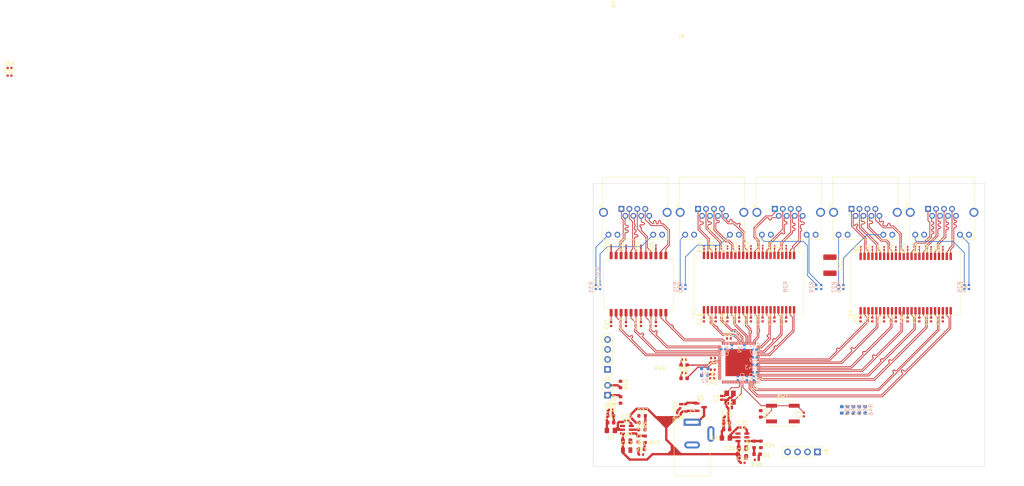
<source format=kicad_pcb>
(kicad_pcb (version 20221018) (generator pcbnew)
  (layers (0 "F.Cu" signal) (1 "In1.Cu" power "GND") (2 "In2.Cu" power "Power") (31 "B.Cu" signal) (34 "B.Paste" user) (35 "F.Paste" user) (36 "B.SilkS" user "B.Silkscreen") (37 "F.SilkS" user "F.Silkscreen") (38 "B.Mask" user) (39 "F.Mask" user) (44 "Edge.Cuts" user))
  (net 0 "")
  (net 1 "GND")
  (net 2 "Net-(U1-XTALI)")
  (net 3 "Net-(U1-XTALO)")
  (net 4 "Net-(U1-MDIREF)")
  (net 5 "Net-(R2-Pad2)")
  (net 6 "Net-(TR1-0CT4)")
  (net 7 "Net-(TR1-0CT3)")
  (net 8 "P0MDID_P")
  (net 9 "P0MDID_N")
  (net 10 "+1V1")
  (net 11 "VDC")
  (net 13 "Net-(TR1-0CT2)")
  (net 14 "Net-(TR1-0CT1)")
  (net 15 "Net-(TR1-1CT1)")
  (net 16 "Net-(TR1-1CT2)")
  (net 17 "Net-(TR1-1CT3)")
  (net 18 "Net-(TR1-1CT4)")
  (net 19 "Earth")
  (net 20 "HV_CHASIS")
  (net 21 "Net-(TR2-0CT1)")
  (net 22 "Net-(TR2-0CT2)")
  (net 23 "Net-(TR2-0CT3)")
  (net 24 "Net-(TR2-0CT4)")
  (net 25 "Net-(TR2-1CT1)")
  (net 26 "Net-(TR2-1CT2)")
  (net 27 "Net-(TR2-1CT3)")
  (net 28 "Net-(TR2-1CT4)")
  (net 29 "Net-(TR3-TCT1)")
  (net 31 "SCK")
  (net 32 "SDA")
  (net 33 "Net-(TR3-TCT2)")
  (net 34 "Net-(TR3-TCT3)")
  (net 35 "Net-(TR3-TCT4)")
  (net 36 "/SW1")
  (net 37 "Net-(U2-VBST)")
  (net 38 "VCC")
  (net 39 "/SW2")
  (net 40 "Net-(U3-VBST)")
  (net 41 "Net-(D1-K)")
  (net 42 "Net-(D2-K)")
  (net 43 "Rx_UART")
  (net 44 "Net-(D3-K)")
  (net 45 "Tx_UART")
  (net 46 "Net-(D4-A)")
  (net 47 "EP0MDIA_P")
  (net 48 "EP0MDIA_N")
  (net 49 "EP0MDIB_P")
  (net 50 "EP0MDIB_N")
  (net 51 "EP0MDIC_P")
  (net 52 "EP0MDIC_N")
  (net 53 "EP0MDID_P")
  (net 54 "EP0MDID_N")
  (net 55 "Net-(J2-Pad9)")
  (net 56 "P0LED0")
  (net 57 "Net-(J2-Pad11)")
  (net 58 "P0LED1")
  (net 59 "EP1MDIA_P")
  (net 60 "EP1MDIA_N")
  (net 61 "EP1MDIB_P")
  (net 62 "EP1MDIB_N")
  (net 63 "EP1MDIC_P")
  (net 64 "EP1MDIC_N")
  (net 65 "EP1MDID_P")
  (net 66 "EP1MDID_N")
  (net 67 "Net-(J3-Pad9)")
  (net 68 "P1LED0")
  (net 69 "Net-(J3-Pad11)")
  (net 70 "P1LED1")
  (net 71 "EP2MDIA_P")
  (net 72 "EP2MDIA_N")
  (net 73 "EP2MDIB_P")
  (net 74 "EP2MDIB_N")
  (net 75 "EP2MDIC_P")
  (net 76 "EP2MDIC_N")
  (net 77 "EP2MDID_P")
  (net 78 "EP2MDID_N")
  (net 79 "Net-(J4-Pad9)")
  (net 80 "P2LED0")
  (net 81 "Net-(J4-Pad11)")
  (net 82 "P2LED1")
  (net 83 "EP3MDIA_P")
  (net 84 "EP3MDIA_N")
  (net 85 "EP3MDIB_P")
  (net 86 "EP3MDIB_N")
  (net 87 "EP3MDIC_P")
  (net 88 "EP3MDIC_N")
  (net 89 "EP3MDID_P")
  (net 90 "EP3MDID_N")
  (net 91 "Net-(J5-Pad9)")
  (net 92 "P3LED0")
  (net 93 "Net-(J5-Pad11)")
  (net 94 "P3LED1")
  (net 95 "EP4MDIA_P")
  (net 96 "EP4MDIA_N")
  (net 97 "EP4MDIB_P")
  (net 98 "EP4MDIB_N")
  (net 99 "EP4MDIC_P")
  (net 100 "EP4MDIC_N")
  (net 101 "EP4MDID_P")
  (net 102 "EP4MDID_N")
  (net 103 "Net-(J6-Pad9)")
  (net 104 "P4LED0")
  (net 105 "Net-(J6-Pad11)")
  (net 106 "P4LED1")
  (net 107 "SPIF_CLK")
  (net 108 "SPIF_D0")
  (net 109 "SPIF_D1")
  (net 110 "SPIF_CS")
  (net 111 "Net-(TR1-0CTT4)")
  (net 112 "Net-(TR1-0CTT3)")
  (net 113 "Net-(TR1-0CTT2)")
  (net 114 "Net-(TR1-0CTT1)")
  (net 115 "Net-(TR1-1CTT4)")
  (net 116 "Net-(TR1-1CTT3)")
  (net 117 "Net-(TR1-1CTT2)")
  (net 118 "Net-(TR1-1CTT1)")
  (net 119 "Net-(TR2-1CTT4)")
  (net 120 "Net-(TR2-0CTT4)")
  (net 121 "Net-(TR2-0CTT3)")
  (net 122 "Net-(TR2-1CTT3)")
  (net 123 "Net-(TR2-0CTT2)")
  (net 124 "Net-(TR2-1CTT2)")
  (net 125 "Net-(TR2-0CTT1)")
  (net 126 "Net-(TR2-1CTT1)")
  (net 127 "Net-(TR3-MCT4)")
  (net 128 "Net-(TR3-MCT3)")
  (net 129 "Net-(TR3-MCT2)")
  (net 130 "Net-(TR3-MCT1)")
  (net 131 "VFB2")
  (net 132 "Net-(R36-Pad1)")
  (net 133 "EN")
  (net 134 "DIS_8051")
  (net 135 "P0MDIA_P")
  (net 136 "P0MDIA_N")
  (net 137 "P0MDIB_P")
  (net 138 "P0MDIB_N")
  (net 139 "P0MDIC_P")
  (net 140 "P0MDIC_N")
  (net 141 "P1MDIA_P")
  (net 142 "P1MDIA_N")
  (net 143 "P1MDIB_P")
  (net 144 "P1MDIB_N")
  (net 145 "P1MDIC_P")
  (net 146 "P1MDIC_N")
  (net 147 "P1MDID_P")
  (net 148 "P1MDID_N")
  (net 149 "P2MDIA_P")
  (net 150 "P2MDIA_N")
  (net 151 "P2MDIB_P")
  (net 152 "P2MDIB_N")
  (net 153 "P2MDIC_P")
  (net 154 "P2MDIC_N")
  (net 155 "P2MDID_P")
  (net 156 "P2MDID_N")
  (net 157 "P3MDIA_P")
  (net 158 "P3MDIA_N")
  (net 159 "P3MDIB_P")
  (net 160 "P3MDIB_N")
  (net 161 "P3MDIC_P")
  (net 162 "P3MDIC_N")
  (net 163 "P3MDID_P")
  (net 164 "P3MDID_N")
  (net 165 "P4MDIA_P")
  (net 166 "P4MDIA_N")
  (net 167 "P4MDIB_P")
  (net 168 "P4MDIB_N")
  (net 169 "P4MDIC_P")
  (net 170 "P4MDIC_N")
  (net 171 "P4MDID_P")
  (net 172 "P4MDID_N")
  (net 173 "VFB1")
  (net 174 "Net-(U1-~{RESET})")
  (net 175 "Net-(D5-K)")
  (footprint "Capacitor_SMD:C_0402_1005Metric" (layer "F.Cu") (at 221.283044 64.74 90)
    (fp_text reference "C6")
    (fp_text value "100nF")
  )
  (footprint "Capacitor_SMD:C_0603_1608Metric" (layer "F.Cu") (at 184.083 92.834)
    (fp_text reference "C29")
    (fp_text value "22uF")
  )
  (footprint "Capacitor_SMD:C_0402_1005Metric" (layer "F.Cu") (at 184.271092 64.74 90)
    (fp_text reference "C15")
    (fp_text value "100nF")
  )
  (footprint "Package_TO_SOT_SMD:SOT-23" (layer "F.Cu") (at 177.3705 87.122)
    (fp_text reference "Q1")
    (fp_text value "SI2301-ZE")
  )
  (footprint "Resistor_SMD:R_0201_0603Metric" (layer "F.Cu") (at 221.30117 46.518983 90)
    (fp_text reference "R6")
    (fp_text value "75R")
  )
  (footprint "Resistor_SMD:R_0603_1608Metric" (layer "F.Cu") (at 192.828 96.634 -90)
    (fp_text reference "R34")
    (fp_text value "10K")
  )
  (footprint "Capacitor_SMD:C_0603_1608Metric" (layer "F.Cu") (at 173.215 76.386)
    (fp_text reference "D2")
    (fp_text value "Blue_L")
  )
  (footprint "Resistor_SMD:R_0603_1608Metric" (layer "F.Cu") (at 161.49 95.255 -90)
    (fp_text reference "R43")
    (fp_text value "10K")
  )
  (footprint "Connector_PinHeader_2.54mm:PinHeader_1x04_P2.54mm_Vertical" (layer "F.Cu") (at 153.67 77.47 180)
    (fp_text reference "J1")
    (fp_text value "Conn_01x04")
  )
  (footprint "Resistor_SMD:R_0201_0603Metric" (layer "F.Cu") (at 224.292568 46.540321 90)
    (fp_text reference "R5")
    (fp_text value "75R")
  )
  (footprint "Capacitor_SMD:C_0402_1005Metric" (layer "F.Cu") (at 162.18 65.91 90)
    (fp_text reference "C23")
    (fp_text value "100nF")
  )
  (footprint "Capacitor_SMD:C_0402_1005Metric" (layer "F.Cu") (at 230.283044 64.74 90)
    (fp_text reference "C8")
    (fp_text value "100nF")
  )
  (footprint "H4801G:H4801G" (layer "F.Cu") (at 176.29 63.26 90)
    (fp_text reference "TR2")
    (fp_text value "350uH")
  )
  (footprint "Resistor_SMD:R_0201_0603Metric" (layer "F.Cu") (at 187.29 46.345 90)
    (fp_text reference "R13")
    (fp_text value "75R")
  )
  (footprint "Connector_BarrelJack:BarrelJack_Wuerth_6941xx301002" (layer "F.Cu") (at 175.26 90.974)
    (fp_text reference "J7")
    (fp_text value "Jack-DC")
  )
  (footprint "Resistor_SMD:R_0603_1608Metric" (layer "F.Cu") (at 163.24 95.33 90)
    (fp_text reference "R42")
    (fp_text value "4K")
  )
  (footprint "RTL8367N:QFN40P1000X1000X90-89N" (layer "F.Cu") (at 187.22 75.76 180)
    (fp_text reference "U1")
    (fp_text value "RTL8367N-VB-CG")
  )
  (footprint "Resistor_SMD:R_0603_1608Metric" (layer "F.Cu") (at 191.078 96.634 90)
    (fp_text reference "R35")
    (fp_text value "33.2K")
  )
  (footprint "Capacitor_SMD:C_0402_1005Metric" (layer "F.Cu") (at 158.49 90.58)
    (fp_text reference "C35")
    (fp_text value "100nF")
  )
  (footprint "Capacitor_SMD:C_0402_1005Metric" (layer "F.Cu") (at 154.57 65.91 90)
    (fp_text reference "C21")
    (fp_text value "100nF")
  )
  (footprint "Capacitor_SMD:C_0402_1005Metric" (layer "F.Cu") (at 190.273044 64.74 90)
    (fp_text reference "C17")
    (fp_text value "100nF")
  )
  (footprint "Capacitor_SMD:C_0603_1608Metric" (layer "F.Cu") (at 173.215 79.756)
    (fp_text reference "D3")
    (fp_text value "Blue_L")
  )
  (footprint "Capacitor_SMD:C_0402_1005Metric" (layer "F.Cu") (at 171.93 88.646 180)
    (fp_text reference "C26")
    (fp_text value "100nF")
  )
  (footprint "Connector_RJ:RJ45_Amphenol_RJHSE538X" (layer "F.Cu") (at 157.194 36.48)
    (fp_text reference "J6")
    (fp_text value "RJ45_LED")
  )
  (footprint "Capacitor_SMD:C_0603_1608Metric" (layer "F.Cu") (at 154.465 91.08)
    (fp_text reference "C37")
    (fp_text value "22uF")
  )
  (footprint "Resistor_SMD:R_0402_1005Metric" (layer "F.Cu") (at 162.23 99.23)
    (fp_text reference "R53")
    (fp_text value "330R")
  )
  (footprint "Capacitor_SMD:C_0805_2012Metric" (layer "F.Cu") (at 158.54 98.08)
    (fp_text reference "C27")
    (fp_text value "10uF")
  )
  (footprint "Connector_RJ:RJ45_Amphenol_RJHSE538X" (layer "F.Cu") (at 176.782 36.48)
    (fp_text reference "J5")
    (fp_text value "RJ45_LED")
  )
  (footprint "Transformer_SMD:Transformer_Ethernet_Bourns_PT61020EL" (layer "F.Cu") (at 161.565 55.69 90)
    (fp_text reference "TR3")
    (fp_text value "350uH")
  )
  (footprint "Resistor_SMD:R_0201_0603Metric" (layer "F.Cu") (at 184.3 46.353048 90)
    (fp_text reference "R14")
    (fp_text value "75R")
  )
  (footprint "Resistor_SMD:R_0201_0603Metric" (layer "F.Cu") (at 196.305248 46.247786 90)
    (fp_text reference "R15")
    (fp_text value "75R")
  )
  (footprint "Capacitor_SMD:C_0402_1005Metric" (layer "F.Cu") (at 154.51 87.83)
    (fp_text reference "C38")
    (fp_text value "100nF")
  )
  (footprint "Capacitor_SMD:C_0402_1005Metric" (layer "F.Cu") (at 199.273044 64.74 90)
    (fp_text reference "C20")
    (fp_text value "100nF")
  )
  (footprint "Resistor_SMD:R_0201_0603Metric" (layer "F.Cu") (at 239.29798 46.497585 90)
    (fp_text reference "R8")
    (fp_text value "75R")
  )
  (footprint "Resistor_SMD:R_0201_0603Metric" (layer "F.Cu") (at 190.28 46.3 90)
    (fp_text reference "R19")
    (fp_text value "75R")
  )
  (footprint "Resistor_SMD:R_0603_1608Metric" (layer "F.Cu") (at 192.786 88.837 -90)
    (fp_text reference "R52")
    (fp_text value "10K")
  )
  (footprint "Connector_PinHeader_2.54mm:PinHeader_1x04_P2.54mm_Vertical" (layer "F.Cu") (at 207.264 98.552 -90)
    (fp_text reference "J8")
    (fp_text value "Conn_01x04")
  )
  (footprint "Capacitor_SMD:C_0402_1005Metric" (layer "F.Cu") (at 180.55 77.55 180)
    (fp_text reference "C52")
    (fp_text value "100nF")
  )
  (footprint "Capacitor_SMD:C_0402_1005Metric" (layer "F.Cu") (at 236.283044 64.74 90)
    (fp_text reference "C10")
    (fp_text value "100nF")
  )
  (footprint "Capacitor_SMD:C_0402_1005Metric" (layer "F.Cu") (at 187.269788 64.74 90)
    (fp_text reference "C16")
    (fp_text value "100nF")
  )
  (footprint "Capacitor_SMD:C_0402_1005Metric" (layer "F.Cu") (at 181.27 64.74 90)
    (fp_text reference "C14")
    (fp_text value "100nF")
  )
  (footprint "Capacitor_SMD:C_1812_4532Metric" (layer "F.Cu") (at 210.46 50.87 -90)
    (fp_text reference "C12")
    (fp_text value "1nF 2KV")
  )
  (footprint "Capacitor_SMD:C_0402_1005Metric" (layer "F.Cu") (at 196.273044 64.74 90)
    (fp_text reference "C19")
    (fp_text value "100nF")
  )
  (footprint "Capacitor_SMD:C_0805_2012Metric" (layer "F.Cu") (at 188.108 99.824)
    (fp_text reference "C33")
    (fp_text value "10uF")
  )
  (footprint "Capacitor_SMD:C_0402_1005Metric" (layer "F.Cu") (at 188.088 92.324)
    (fp_text reference "C25")
    (fp_text value "100nF")
  )
  (footprint "Capacitor_SMD:C_0402_1005Metric" (layer "F.Cu") (at 178.265657 64.74 90)
    (fp_text reference "C13")
    (fp_text value "100nF")
  )
  (footprint "Crystal:Crystal_SMD_3225-4Pin_3.2x2.5mm" (layer "F.Cu") (at 184.960069 84.688817 -90)
    (fp_text reference "Y1")
    (fp_text value "25MHz")
  )
  (footprint "Capacitor_SMD:C_0402_1005Metric" (layer "F.Cu") (at 184.66 69.57)
    (fp_text reference "C53")
    (fp_text value "100nF")
  )
  (footprint "Connector_RJ:RJ45_Amphenol_RJHSE538X" (layer "F.Cu") (at 235.54 36.48)
    (fp_text reference "J2")
    (fp_text value "RJ45_LED")
  )
  (footprint "Button_Switch_SMD:SW_Push_1P1T_NO_CK_KSC7xxJ" (layer "F.Cu") (at 198.436 88.762 180)
    (fp_text reference "SW1")
    (fp_text value "SW_Push")
  )
  (footprint "Capacitor_SMD:C_0805_2012Metric" (layer "F.Cu") (at 158.54 95.83)
    (fp_text reference "C32")
    (fp_text value "10uF")
  )
  (footprint "Resistor_SMD:R_0402_1005Metric" (layer "F.Cu") (at 173.215 78.356)
    (fp_text reference "R50")
    (fp_text value "330R")
  )
  (footprint "Resistor_SMD:R_0603_1608Metric" (layer "F.Cu") (at 156.972 81.343 -90)
    (fp_text reference "R44")
    (fp_text value "4.7K")
  )
  (footprint "Capacitor_SMD:C_0402_1005Metric" (layer "F.Cu") (at 193.263044 64.74 90)
    (fp_text reference "C18")
    (fp_text value "100nF")
  )
  (footprint "Capacitor_SMD:C_0402_1005Metric" (layer "F.Cu") (at 0.935 0.485)
    (fp_text reference "C54")
    (fp_text value "100nF")
  )
  (footprint "Capacitor_SMD:C_0402_1005Metric" (layer "F.Cu") (at 227.283044 64.74 90)
    (fp_text reference "C4")
    (fp_text value "100nF")
  )
  (footprint "Capacitor_SMD:C_0402_1005Metric" (layer "F.Cu") (at 180.59 74.6 180)
    (fp_text reference "C51")
    (fp_text value "100nF")
  )
  (footprint "Capacitor_SMD:C_0603_1608Metric" (layer "F.Cu") (at 162.315 97.83)
    (fp_text reference "D5")
    (fp_text value "Red_L")
  )
  (footprint "Capacitor_SMD:C_0402_1005Metric" (layer "F.Cu") (at 184.94 87.376)
    (fp_text reference "C1")
    (fp_text value "22pF")
  )
  (footprint "Capacitor_SMD:C_0805_2012Metric" (layer "F.Cu") (at 188.108 97.574)
    (fp_text reference "C30")
    (fp_text value "10uF")
  )
  (footprint "Capacitor_SMD:C_0402_1005Metric" (layer "F.Cu") (at 233.283044 64.74 90)
    (fp_text reference "C9")
    (fp_text value "100nF")
  )
  (footprint "Capacitor_SMD:C_0603_1608Metric" (layer "F.Cu") (at 184.083 91.074)
    (fp_text reference "C28")
    (fp_text value "22uF")
  )
  (footprint "Capacitor_SMD:C_0402_1005Metric" (layer "F.Cu") (at 180.34 79.756 180)
    (fp_text reference "C45")
    (fp_text value "100nF")
  )
  (footprint "Resistor_SMD:R_0603_1608Metric" (layer "F.Cu") (at 156.972 85.281 90)
    (fp_text reference "R47")
    (fp_text value "4.7K")
  )
  (footprint "Capacitor_SMD:C_0402_1005Metric" (layer "F.Cu") (at 0.935 2.455)
    (fp_text reference "C55")
    (fp_text value "100nF")
  )
  (footprint "Capacitor_SMD:C_0402_1005Metric" (layer "F.Cu") (at 182.67 84.746113 90)
    (fp_text reference "C2")
    (fp_text value "22pF")
  )
  (footprint "Connector_RJ:RJ45_Amphenol_RJHSE538X" (layer "F.Cu") (at 215.966 36.48)
    (fp_text reference "J3")
    (fp_text value "RJ45_LED")
  )
  (footprint "Capacitor_SMD:C_0402_1005Metric" (layer "F.Cu") (at 158.38 65.91 90)
    (fp_text reference "C22")
    (fp_text value "100nF")
  )
  (footprint "Resistor_SMD:R_0603_1608Metric" (layer "F.Cu") (at 162.49 89.33)
    (fp_text reference "R37")
    (fp_text value "10K")
  )
  (footprint "Capacitor_SMD:C_0402_1005Metric" (layer "F.Cu") (at 224.273044 64.74 90)
    (fp_text reference "C5")
    (fp_text value "100nF")
  )
  (footprint "Capacitor_SMD:C_0402_1005Metric" (layer "F.Cu") (at 239.273044 64.74 90)
    (fp_text reference "C11")
    (fp_text value "100nF")
  )
  (footprint "Resistor_SMD:R_0201_0603Metric" (layer "F.Cu") (at 154.58 46.145 90)
    (fp_text reference "R23")
    (fp_text value "75R")
  )
  (footprint "Resistor_SMD:R_0201_0603Metric" (layer "F.Cu") (at 193.285967 46.181382 90)
    (fp_text reference "R17")
    (fp_text value "75R")
  )
  (footprint "Resistor_SMD:R_0201_0603Metric" (layer "F.Cu") (at 227.29 46.555 90)
    (fp_text reference "R4")
    (fp_text value "75R")
  )
  (footprint "Capacitor_SMD:C_0402_1005Metric" (layer "F.Cu") (at 203.786 88.992 90)
    (fp_text reference "C3")
    (fp_text value "100nF")
  )
  (footprint "Resistor_SMD:R_0201_0603Metric" (layer "F.Cu") (at 178.29 46.355 90)
    (fp_text reference "R18")
    (fp_text value "75R")
  )
  (footprint "Inductor_SMD:L_0805_2012Metric_Pad1.15x1.40mm_HandSolder" (layer "F.Cu") (at 154.515 93.08 180)
    (fp_text reference "L2")
    (fp_text value "2.2uH")
  )
  (footprint "Resistor_SMD:R_0201_0603Metric" (layer "F.Cu") (at 166.01 46.145 90)
    (fp_text reference "R20")
    (fp_text value "75R")
  )
  (footprint "Resistor_SMD:R_0201_0603Metric" (layer "F.Cu") (at 162.19 46.145 90)
    (fp_text reference "R21")
    (fp_text value "75R")
  )
  (footprint "Capacitor_SMD:C_0402_1005Metric" (layer "F.Cu") (at 218.283044 64.74 90)
    (fp_text reference "C7")
    (fp_text value "100nF")
  )
  (footprint "Inductor_SMD:L_0805_2012Metric_Pad1.15x1.40mm_HandSolder" (layer "F.Cu") (at 183.887 94.996 180)
    (fp_text reference "L1")
    (fp_text value "2.2uH")
  )
  (footprint "Resistor_SMD:R_0201_0603Metric" (layer "F.Cu") (at 199.284865 46.229326 90)
    (fp_text reference "R12")
    (fp_text value "75R")
  )
  (footprint "Capacitor_SMD:C_0402_1005Metric" (layer "F.Cu") (at 180.368 78.74 180)
    (fp_text reference "C41")
    (fp_text value "100nF")
  )
  (footprint "Package_TO_SOT_SMD:SOT-23-6" (layer "F.Cu") (at 158.6025 92.88)
    (fp_text reference "U3")
    (fp_text value "TPS563201")
  )
  (footprint "H4801G:H4801G" (layer "F.Cu") (at 216.3 63.51 90)
    (fp_text reference "TR1")
    (fp_text value "350uH")
  )
  (footprint "Resistor_SMD:R_0201_0603Metric" (layer "F.Cu") (at 233.294099 46.506134 90)
    (fp_text reference "R10")
    (fp_text value "75R")
  )
  (footprint "Resistor_SMD:R_0402_1005Metric" (layer "F.Cu") (at 172.212 86.866 90)
    (fp_text reference "R51")
    (fp_text value "100K")
  )
  (footprint "Capacitor_SMD:C_0603_1608Metric" (layer "F.Cu") (at 154.49 89.33)
    (fp_text reference "C36")
    (fp_text value "22uF")
  )
  (footprint "Diode_SMD:D_SOD-323F" (layer "F.Cu") (at 173.99 87.122 90)
    (fp_text reference "D4")
    (fp_text value "10V")
  )
  (footprint "Connector_PinHeader_2.54mm:PinHeader_1x02_P2.54mm_Vertical" (layer "F.Cu") (at 153.67 84.074 180)
    (fp_text reference "J9")
    (fp_text value "Conn_01x02_Pin")
  )
  (footprint "Resistor_SMD:R_0603_1608Metric" (layer "F.Cu") (at 162.49 91.08 180)
    (fp_text reference "R36")
    (fp_text value "10K")
  )
  (footprint "Resistor_SMD:R_0201_0603Metric" (layer "F.Cu") (at 181.29 46.355 90)
    (fp_text reference "R16")
    (fp_text value "75R")
  )
  (footprint "Capacitor_SMD:C_0603_1608Metric" (layer "F.Cu") (at 191.853 99.134 180)
    (fp_text reference "D1")
    (fp_text value "Red_L")
  )
  (footprint "Package_TO_SOT_SMD:SOT-23-6" (layer "F.Cu") (at 188.108 94.824)
    (fp_text reference "U2")
    (fp_text value "TPS563201")
  )
  (footprint "Resistor_SMD:R_0201_0603Metric" (layer "F.Cu") (at 230.301688 46.524487 90)
    (fp_text reference "R11")
    (fp_text value "75R")
  )
  (footprint "Connector_RJ:RJ45_Amphenol_RJHSE538X" (layer "F.Cu") (at 196.38 36.48)
    (fp_text reference "J4")
    (fp_text value "RJ45_LED")
  )
  (footprint "Capacitor_SMD:C_0402_1005Metric" (layer "F.Cu") (at 166 65.91 90)
    (fp_text reference "C24")
    (fp_text value "100nF")
  )
  (footprint "Capacitor_SMD:C_0402_1005Metric" (layer "F.Cu") (at 188.186 101.346)
    (fp_text reference "C34")
    (fp_text value "100nF")
  )
  (footprint "Resistor_SMD:R_0201_0603Metric" (layer "F.Cu") (at 158.4 46.145 90)
    (fp_text reference "R22")
    (fp_text value "75R")
  )
  (footprint "Resistor_SMD:R_0402_1005Metric" (layer "F.Cu") (at 191.768 100.584 180)
    (fp_text reference "R48")
    (fp_text value "330R")
  )
  (footprint "Resistor_SMD:R_0201_0603Metric" (layer "F.Cu") (at 218.304989 46.479896 90)
    (fp_text reference "R7")
    (fp_text value "75R")
  )
  (footprint "Resistor_SMD:R_0402_1005Metric" (layer "F.Cu") (at 173.215 74.986)
    (fp_text reference "R49")
    (fp_text value "330R")
  )
  (footprint "Resistor_SMD:R_0201_0603Metric" (layer "F.Cu") (at 236.296492 46.531523 90)
    (fp_text reference "R9")
    (fp_text value "75R")
  )
  (footprint "Resistor_SMD:R_0603_1608Metric" (layer "F.Cu") (at 162.415 92.83)
    (fp_text reference "R38")
    (fp_text value "10K")
  )
  (footprint "Capacitor_SMD:C_0402_1005Metric" (layer "F.Cu") (at 184.103 89.574)
    (fp_text reference "C31")
    (fp_text value "100nF")
  )
  (footprint "Resistor_SMD:R_0402_1005Metric" (layer "B.Cu") (at 212.67 56.45 -90)
    (fp_text reference "R27")
    (fp_text value "330R")
  )
  (footprint "Capacitor_SMD:C_0402_1005Metric" (layer "B.Cu") (at 191.29 78.232 180)
    (fp_text reference "C43")
    (fp_text value "100nF")
  )
  (footprint "Capacitor_SMD:C_0402_1005Metric" (layer "B.Cu") (at 191.008 79.728 90)
    (fp_text reference "C48")
    (fp_text value "100nF")
  )
  (footprint "Resistor_SMD:R_0603_1608Metric" (layer "B.Cu") (at 217.966 87.821 90)
    (fp_text reference "R41")
    (fp_text value "4.7K")
  )
  (footprint "Resistor_SMD:R_0402_1005Metric" (layer "B.Cu") (at 208.24 56.45 -90)
    (fp_text reference "R28")
    (fp_text value "330R")
  )
  (footprint "Capacitor_SMD:C_0402_1005Metric" (layer "B.Cu") (at 191.16 72.43 180)
    (fp_text reference "C42")
    (fp_text value "100nF")
  )
  (footprint "Resistor_SMD:R_0402_1005Metric" (layer "B.Cu") (at 173.54 56.45 -90)
    (fp_text reference "R30")
    (fp_text value "330R")
  )
  (footprint "Resistor_SMD:R_0402_1005Metric" (layer "B.Cu") (at 245.96 56.45 -90)
    (fp_text reference "R24")
    (fp_text value "330R")
  )
  (footprint "Capacitor_SMD:C_0402_1005Metric" (layer "B.Cu") (at 186.944 79.728 90)
    (fp_text reference "C44")
    (fp_text value "100nF")
  )
  (footprint "Resistor_SMD:R_0402_1005Metric" (layer "B.Cu") (at 206.96 56.45 -90)
    (fp_text reference "R29")
    (fp_text value "330R")
  )
  (footprint "Resistor_SMD:R_0603_1608Metric" (layer "B.Cu") (at 178.499 77.216)
    (fp_text reference "R3")
    (fp_text value "10k")
  )
  (footprint "Capacitor_SMD:C_0402_1005Metric" (layer "B.Cu") (at 191.27 76.31 180)
    (fp_text reference "C49")
    (fp_text value "100nF")
  )
  (footprint "Resistor_SMD:R_0402_1005Metric" (layer "B.Cu") (at 244.77 56.45 -90)
    (fp_text reference "R25")
    (fp_text value "330R")
  )
  (footprint "Resistor_SMD:R_0402_1005Metric" (layer "B.Cu") (at 151.74 56.45 -90)
    (fp_text reference "R32")
    (fp_text value "330R")
  )
  (footprint "Capacitor_SMD:C_0402_1005Metric" (layer "B.Cu") (at 185.41 71.81 -90)
    (fp_text reference "C46")
    (fp_text value "100nF")
  )
  (footprint "Resistor_SMD:R_0603_1608Metric" (layer "B.Cu") (at 213.496 87.821 90)
    (fp_text reference "R39")
    (fp_text value "4.7K")
  )
  (footprint "Resistor_SMD:R_0603_1608Metric" (layer "B.Cu") (at 216.476 87.821 90)
    (fp_text reference "R45")
    (fp_text value "4.7K")
  )
  (footprint "Capacitor_SMD:C_0402_1005Metric" (layer "B.Cu") (at 191.29 74.422 180)
    (fp_text reference "C47")
    (fp_text value "100nF")
  )
  (footprint "Capacitor_SMD:C_0402_1005Metric" (layer "B.Cu") (at 188.61 71.84 -90)
    (fp_text reference "C39")
    (fp_text value "100nF")
  )
  (footprint "Resistor_SMD:R_0402_1005Metric" (layer "B.Cu") (at 172.22 56.45 -90)
    (fp_text reference "R31")
    (fp_text value "330R")
  )
  (footprint "Capacitor_SMD:C_0402_1005Metric" (layer "B.Cu") (at 183.23 72.35)
    (fp_text reference "C50")
    (fp_text value "100nF")
  )
  (footprint "Resistor_SMD:R_0603_1608Metric" (layer "B.Cu") (at 214.976 87.821 90)
    (fp_text reference "R40")
    (fp_text value "4.7K")
  )
  (footprint "Resistor_SMD:R_0603_1608Metric" (layer "B.Cu") (at 219.456 87.821 90)
    (fp_text reference "R46")
    (fp_text value "4.7K")
  )
  (footprint "Resistor_SMD:R_0603_1608Metric" (layer "B.Cu") (at 178.499 78.994)
    (fp_text reference "R2")
    (fp_text value "10k")
  )
  (footprint "Resistor_SMD:R_0402_1005Metric" (layer "B.Cu") (at 185.822338 68.324 90)
    (fp_text reference "R1")
    (fp_text value "2.49k1%")
  )
  (footprint "Resistor_SMD:R_0402_1005Metric" (layer "B.Cu") (at 213.89 56.45 -90)
    (fp_text reference "R26")
    (fp_text value "330R")
  )
  (footprint "Resistor_SMD:R_0402_1005Metric" (layer "B.Cu") (at 150.68 56.45 -90)
    (fp_text reference "R33")
    (fp_text value "330R")
  )
  (footprint "Capacitor_SMD:C_0402_1005Metric" (layer "B.Cu") (at 189.23 79.728 90)
    (fp_text reference "C40")
    (fp_text value "100nF")
  )
  (gr_rect (start 150 30) (end 250 102.25) (stroke (width 0.1)) (fill none) (layer "Edge.Cuts"))
  (segment (start 184.46 89.451) (end 184.583 89.574) (width 0.6) (layer "F.Cu") (net 1))
  (segment (start 182.67 85.226113) (end 183.547365 85.226113) (width 0.6) (layer "F.Cu") (net 1))
  (segment (start 184.110069 85.788817) (end 184.110069 87.026069) (width 0.6) (layer "F.Cu") (net 1))
  (segment (start 154.99 89.055) (end 155.265 89.33) (width 0.6) (layer "F.Cu") (net 1))
  (segment (start 171.45 88.646) (end 171.45 88.138) (width 0.6) (layer "F.Cu") (net 1))
  (segment (start 171.45 88.138) (end 172.212 87.376) (width 0.6) (layer "F.Cu") (net 1))
  (segment (start 184.110069 87.026069) (end 184.46 87.376) (width 0.6) (layer "F.Cu") (net 1))
  (segment (start 184.820069 84.698817) (end 184.110069 85.408817) (width 0.6) (layer "F.Cu") (net 1))
  (segment (start 184.858 91.074) (end 184.858 92.834) (width 0.6) (layer "F.Cu") (net 1))
  (segment (start 184.46 87.376) (end 184.46 89.451) (width 0.6) (layer "F.Cu") (net 1))
  (segment (start 155.265 89.33) (end 155.265 91.055) (width 0.6) (layer "F.Cu") (net 1))
  (segment (start 185.251183 84.698817) (end 184.820069 84.698817) (width 0.6) (layer "F.Cu") (net 1))
  (segment (start 184.583 89.574) (end 184.583 90.799) (width 0.6) (layer "F.Cu") (net 1))
  (segment (start 184.110069 85.408817) (end 184.110069 85.788817) (width 0.6) (layer "F.Cu") (net 1))
  (segment (start 185.810069 83.588817) (end 185.810069 84.139931) (width 0.6) (layer "F.Cu") (net 1))
  (segment (start 185.810069 84.139931) (end 185.251183 84.698817) (width 0.6) (layer "F.Cu") (net 1))
  (segment (start 155.265 91.055) (end 155.24 91.08) (width 0.6) (layer "F.Cu") (net 1))
  (segment (start 183.547365 85.226113) (end 184.110069 85.788817) (width 0.6) (layer "F.Cu") (net 1))
  (segment (start 184.583 90.799) (end 184.858 91.074) (width 0.6) (layer "F.Cu") (net 1))
  (segment (start 154.99 87.83) (end 154.99 89.055) (width 0.6) (layer "F.Cu") (net 1))
  (segment (start 187.822616 80.697616) (end 187.82 80.695) (width 0.1) (layer "F.Cu") (net 2))
  (segment (start 187.822616 81.61323) (end 187.822616 80.697616) (width 0.1) (layer "F.Cu") (net 2))
  (segment (start 187.56 83.91) (end 187.822616 83.647384) (width 0.2) (layer "F.Cu") (net 2))
  (segment (start 187.822616 83.647384) (end 187.822616 81.61323) (width 0.2) (layer "F.Cu") (net 2))
  (segment (start 185.42 87.376) (end 185.42 86.178886) (width 0.6) (layer "F.Cu") (net 2))
  (segment (start 185.810069 85.659931) (end 187.56 83.91) (width 0.2) (layer "F.Cu") (net 2))
  (segment (start 185.810069 85.788817) (end 185.810069 85.659931) (width 0.2) (layer "F.Cu") (net 2))
  (segment (start 185.33 82.15) (end 187.05 82.15) (width 0.205232) (layer "F.Cu") (net 3))
  (segment (start 184.110069 83.369931) (end 185.33 82.15) (width 0.205232) (layer "F.Cu") (net 3))
  (segment (start 187.42 81.78) (end 187.42 80.695) (width 0.205232) (layer "F.Cu") (net 3))
  (segment (start 182.67 84.266113) (end 183.432773 84.266113) (width 0.6) (layer "F.Cu") (net 3))
  (segment (start 183.432773 84.266113) (end 184.110069 83.588817) (width 0.6) (layer "F.Cu") (net 3))
  (segment (start 184.110069 83.588817) (end 184.110069 83.369931) (width 0.205232) (layer "F.Cu") (net 3))
  (segment (start 184.110069 83.588817) (end 184.6 83.098886) (width 0.205232) (layer "F.Cu") (net 3))
  (segment (start 187.05 82.15) (end 187.42 81.78) (width 0.205232) (layer "F.Cu") (net 3))
  (segment (start 227.3 64.243044) (end 227.283044 64.26) (width 0.205232) (layer "F.Cu") (net 6))
  (segment (start 227.3 62.51) (end 227.3 64.243044) (width 0.205232) (layer "F.Cu") (net 6))
  (segment (start 224.3 64.233044) (end 224.273044 64.26) (width 0.205232) (layer "F.Cu") (net 7))
  (segment (start 224.3 62.51) (end 224.3 64.233044) (width 0.205232) (layer "F.Cu") (net 7))
  (segment (start 220.3882 79.16) (end 192.155 79.16) (width 0.2) (layer "F.Cu") (net 8))
  (segment (start 232.3 67.2482) (end 220.3882 79.16) (width 0.2) (layer "F.Cu") (net 8))
  (segment (start 232.3 62.51) (end 232.3 67.2482) (width 0.2) (layer "F.Cu") (net 8))
  (segment (start 192.795001 78.734999) (end 220.176801 78.734999) (width 0.2) (layer "F.Cu") (net 9))
  (segment (start 224.121536 74.790267) (end 224.938375 73.973425) (width 0.2) (layer "F.Cu") (net 9))
  (segment (start 192.155 78.76) (end 192.77 78.76) (width 0.2) (layer "F.Cu") (net 9))
  (segment (start 223.850165 74.790267) (end 223.850166 74.790268) (width 0.2) (layer "F.Cu") (net 9))
  (segment (start 224.938375 73.973425) (end 231.9 67.0118) (width 0.2) (layer "F.Cu") (net 9))
  (segment (start 223.4259 74.943162) (end 223.578797 74.790266) (width 0.2) (layer "F.Cu") (net 9))
  (segment (start 231.9 64.22) (end 231.26 63.58) (width 0.2) (layer "F.Cu") (net 9))
  (segment (start 192.77 78.76) (end 192.795001 78.734999) (width 0.2) (layer "F.Cu") (net 9))
  (segment (start 231.26 62.55) (end 231.3 62.51) (width 0.2) (layer "F.Cu") (net 9))
  (segment (start 223.850167 74.790266) (end 223.850165 74.790267) (width 0.2) (layer "F.Cu") (net 9))
  (segment (start 223.4259 75.214532) (end 223.425901 75.21453) (width 0.2) (layer "F.Cu") (net 9))
  (segment (start 220.176801 78.734999) (end 223.4259 75.4859) (width 0.2) (layer "F.Cu") (net 9))
  (segment (start 224.121535 74.790269) (end 224.121536 74.790267) (width 0.2) (layer "F.Cu") (net 9))
  (segment (start 231.26 63.58) (end 231.26 62.55) (width 0.2) (layer "F.Cu") (net 9))
  (segment (start 231.9 67.0118) (end 231.9 64.22) (width 0.2) (layer "F.Cu") (net 9))
  (segment (start 223.4259 74.943161) (end 223.4259 74.943162) (width 0.2) (layer "F.Cu") (net 9))
  (arc (start 223.425901 75.21453) (mid 223.369697 75.078847) (end 223.4259 74.943161) (width 0.2) (layer "F.Cu") (net 9))
  (arc (start 223.850166 74.790268) (mid 223.985851 74.84647) (end 224.121535 74.790269) (width 0.2) (layer "F.Cu") (net 9))
  (arc (start 223.4259 75.4859) (mid 223.482102 75.350216) (end 223.4259 75.214532) (width 0.2) (layer "F.Cu") (net 9))
  (arc (start 223.578797 74.790266) (mid 223.714482 74.734063) (end 223.850167 74.790266) (width 0.2) (layer "F.Cu") (net 9))
  (segment (start 163.09 97.83) (end 163.09 96.305) (width 0.6) (layer "F.Cu") (net 10))
  (segment (start 163.09 96.305) (end 163.24 96.155) (width 0.6) (layer "F.Cu") (net 10))
  (segment (start 191.078 99.134) (end 191.078 97.459) (width 0.6) (layer "F.Cu") (net 10))
  (segment (start 153.715 88.145) (end 154.03 87.83) (width 0.6) (layer "F.Cu") (net 10))
  (segment (start 182.862 94.996) (end 182.862 93.28) (width 0.6) (layer "F.Cu") (net 10))
  (segment (start 153.49 93.08) (end 153.49 89.555) (width 0.6) (layer "F.Cu") (net 10))
  (segment (start 183.308 89.889) (end 183.623 89.574) (width 0.6) (layer "F.Cu") (net 10))
  (segment (start 182.862 93.28) (end 183.308 92.834) (width 0.6) (layer "F.Cu") (net 10))
  (segment (start 153.49 89.555) (end 153.715 89.33) (width 0.6) (layer "F.Cu") (net 10))
  (segment (start 183.308 92.834) (end 183.308 91.074) (width 0.6) (layer "F.Cu") (net 10))
  (segment (start 153.715 89.33) (end 153.715 88.145) (width 0.6) (layer "F.Cu") (net 10))
  (segment (start 183.308 91.074) (end 183.308 89.889) (width 0.6) (layer "F.Cu") (net 10))
  (segment (start 178.308 89.258) (end 178.308 87.122) (width 0.6) (layer "F.Cu") (net 11))
  (segment (start 176.676 90.974) (end 178.35 89.3) (width 0.6) (layer "F.Cu") (net 11))
  (segment (start 175.26 90.974) (end 176.676 90.974) (width 0.6) (layer "F.Cu") (net 11))
  (segment (start 178.35 89.3) (end 178.308 89.258) (width 0.6) (layer "F.Cu") (net 11))
  (segment (start 221.3 64.243044) (end 221.283044 64.26) (width 0.205232) (layer "F.Cu") (net 13))
  (segment (start 221.3 62.51) (end 221.3 64.243044) (width 0.205232) (layer "F.Cu") (net 13))
  (segment (start 218.3 62.51) (end 218.3 64.243044) (width 0.205232) (layer "F.Cu") (net 14))
  (segment (start 218.3 64.243044) (end 218.283044 64.26) (width 0.205232) (layer "F.Cu") (net 14))
  (segment (start 230.3 62.51) (end 230.3 64.243044) (width 0.205232) (layer "F.Cu") (net 15))
  (segment (start 230.3 64.243044) (end 230.283044 64.26) (width 0.205232) (layer "F.Cu") (net 15))
  (segment (start 233.3 62.51) (end 233.3 64.243044) (width 0.205232) (layer "F.Cu") (net 16))
  (segment (start 233.3 64.243044) (end 233.283044 64.26) (width 0.205232) (layer "F.Cu") (net 16))
  (segment (start 236.3 64.243044) (end 236.283044 64.26) (width 0.205232) (layer "F.Cu") (net 17))
  (segment (start 236.3 62.51) (end 236.3 64.243044) (width 0.205232) (layer "F.Cu") (net 17))
  (segment (start 239.3 62.51) (end 239.3 64.233044) (width 0.205232) (layer "F.Cu") (net 18))
  (segment (start 239.3 64.233044) (end 239.273044 64.26) (width 0.205232) (layer "F.Cu") (net 18))
  (segment (start 178.29 64.235657) (end 178.265657 64.26) (width 0.205232) (layer "F.Cu") (net 21))
  (segment (start 178.29 62.26) (end 178.29 64.235657) (width 0.205232) (layer "F.Cu") (net 21))
  (segment (start 181.29 64.24) (end 181.27 64.26) (width 0.205232) (layer "F.Cu") (net 22))
  (segment (start 181.29 62.26) (end 181.29 64.24) (width 0.205232) (layer "F.Cu") (net 22))
  (segment (start 184.29 64.241092) (end 184.271092 64.26) (width 0.205232) (layer "F.Cu") (net 23))
  (segment (start 184.29 62.26) (end 184.29 64.241092) (width 0.205232) (layer "F.Cu") (net 23))
  (segment (start 187.29 64.239788) (end 187.269788 64.26) (width 0.205232) (layer "F.Cu") (net 24))
  (segment (start 187.29 62.26) (end 187.29 64.239788) (width 0.205232) (layer "F.Cu") (net 24))
  (segment (start 190.29 62.26) (end 190.29 64.243044) (width 0.205232) (layer "F.Cu") (net 25))
  (segment (start 190.29 64.243044) (end 190.273044 64.26) (width 0.205232) (layer "F.Cu") (net 25))
  (segment (start 193.29 64.233044) (end 193.263044 64.26) (width 0.205232) (layer "F.Cu") (net 26))
  (segment (start 193.29 62.26) (end 193.29 64.233044) (width 0.205232) (layer "F.Cu") (net 26))
  (segment (start 196.29 62.26) (end 196.29 64.243044) (width 0.205232) (layer "F.Cu") (net 27))
  (segment (start 196.29 64.243044) (end 196.273044 64.26) (width 0.205232) (layer "F.Cu") (net 27))
  (segment (start 199.29 62.26) (end 199.29 64.243044) (width 0.205232) (layer "F.Cu") (net 28))
  (segment (start 199.29 64.243044) (end 199.273044 64.26) (width 0.205232) (layer "F.Cu") (net 28))
  (segment (start 154.58 65.42) (end 154.57 65.43) (width 0.205232) (layer "F.Cu") (net 29))
  (segment (start 154.58 62.99) (end 154.58 65.42) (width 0.205232) (layer "F.Cu") (net 29))
  (segment (start 153.67 81.534) (end 156.338 81.534) (width 0.6) (layer "F.Cu") (net 31))
  (segment (start 156.338 81.534) (end 156.972 82.168) (width 0.6) (layer "F.Cu") (net 31))
  (segment (start 156.59 84.074) (end 156.972 84.456) (width 0.6) (layer "F.Cu") (net 32))
  (segment (start 153.67 84.074) (end 156.59 84.074) (width 0.6) (layer "F.Cu") (net 32))
  (segment (start 158.39 65.42) (end 158.38 65.43) (width 0.205232) (layer "F.Cu") (net 33))
  (segment (start 158.39 62.99) (end 158.39 65.42) (width 0.205232) (layer "F.Cu") (net 33))
  (segment (start 162.2 62.99) (end 162.2 65.41) (width 0.205232) (layer "F.Cu") (net 34))
  (segment (start 162.2 65.41) (end 162.18 65.43) (width 0.205232) (layer "F.Cu") (net 34))
  (segment (start 166.01 62.99) (end 166.01 65.42) (width 0.205232) (layer "F.Cu") (net 35))
  (segment (start 166.01 65.42) (end 166 65.43) (width 0.205232) (layer "F.Cu") (net 35))
  (segment (start 184.912 94.996) (end 184.912 94.350761) (width 0.6) (layer "F.Cu") (net 36))
  (segment (start 185.084 94.824) (end 184.912 94.996) (width 0.6) (layer "F.Cu") (net 36))
  (segment (start 186.938761 92.324) (end 187.608 92.324) (width 0.6) (layer "F.Cu") (net 36))
  (segment (start 184.912 94.350761) (end 186.938761 92.324) (width 0.6) (layer "F.Cu") (net 36))
  (segment (start 186.9705 94.824) (end 185.084 94.824) (width 0.6) (layer "F.Cu") (net 36))
  (segment (start 189.2455 93.0015) (end 188.568 92.324) (width 0.6) (layer "F.Cu") (net 37))
  (segment (start 189.2455 93.874) (end 189.2455 93.0015) (width 0.6) (layer "F.Cu") (net 37))
  (segment (start 172.37 99.13) (end 171.61 99.13) (width 0.6) (layer "F.Cu") (net 38))
  (segment (start 170.19 99.13) (end 169.85 99.13) (width 0.6) (layer "F.Cu") (net 38))
  (segment (start 170.92 97.68) (end 170.92 98.4) (width 0.6) (layer "F.Cu") (net 38))
  (segment (start 170.075 98.245) (end 169.64 98.68) (width 0.6) (layer "F.Cu") (net 38))
  (segment (start 169.19 99.13) (end 165.13 99.13) (width 0.6) (layer "F.Cu") (net 38))
  (segment (start 161.07 87.54) (end 159.62 88.99) (width 0.6) (layer "F.Cu") (net 38))
  (segment (start 170.92 98.21) (end 170.92 99.13) (width 0.6) (layer "F.Cu") (net 38))
  (segment (start 170.53 89.72) (end 169.86 89.72) (width 0.6) (layer "F.Cu") (net 38))
  (segment (start 171.61 98.9) (end 171.61 99.13) (width 0.6) (layer "F.Cu") (net 38))
  (segment (start 172.41 88.646) (end 172.41 88.901097) (width 0.6) (layer "F.Cu") (net 38))
  (segment (start 187.158 98.436) (end 186.464 99.13) (width 0.6) (layer "F.Cu") (net 38))
  (segment (start 170.65 97.88) (end 170.885 97.645) (width 0.6) (layer "F.Cu") (net 38))
  (segment (start 157.59 98.78) (end 157.59 98.08) (width 0.6) (layer "F.Cu") (net 38))
  (segment (start 170.53 89.72) (end 168.66 89.72) (width 0.6) (layer "F.Cu") (net 38))
  (segment (start 166.09 89.72) (end 167.845 91.475) (width 0.6) (layer "F.Cu") (net 38))
  (segment (start 170.075 96.835) (end 170.885 97.645) (width 0.6) (layer "F.Cu") (net 38))
  (segment (start 187.158 99.824) (end 187.158 100.798) (width 0.6) (layer "F.Cu") (net 38))
  (segment (start 168.66 90.23) (end 168.66 90.67) (width 0.6) (layer "F.Cu") (net 38))
  (segment (start 170.075 97.305) (end 170.075 98.245) (width 0.6) (layer "F.Cu") (net 38))
  (segment (start 172.41 88.901097) (end 171.591097 89.72) (width 0.6) (layer "F.Cu") (net 38))
  (segment (start 187.158 95.9615) (end 186.9705 95.774) (width 0.6) (layer "F.Cu") (net 38))
  (segment (start 167.44 89.72) (end 166.78 89.72) (width 0.6) (layer "F.Cu") (net 38))
  (segment (start 157.59 98.08) (end 157.59 95.83) (width 0.6) (layer "F.Cu") (net 38))
  (segment (start 168.66 92.29) (end 168.66 95.42) (width 0.6) (layer "F.Cu") (net 38))
  (segment (start 169.85 99.13) (end 169.85 98.68) (width 0.6) (layer "F.Cu") (net 38))
  (segment (start 166.02 89.72) (end 163.84 87.54) (width 0.6) (layer "F.Cu") (net 38))
  (segment (start 168.39 90.67) (end 168.66 90.67) (width 0.6) (layer "F.Cu") (net 38))
  (segment (start 167.615 89.895) (end 167.95 90.23) (width 0.6) (layer "F.Cu") (net 38))
  (segment (start 160.91 91.08) (end 161.665 91.08) (width 0.6) (layer "F.Cu") (net 38))
  (segment (start 159.32 100.51) (end 157.59 98.78) (width 0.6) (layer "F.Cu") (net 38))
  (segment (start 168.105 91.045) (end 168.275 91.045) (width 0.6) (layer "F.Cu") (net 38))
  (segment (start 172.37 99.13) (end 186.464 99.13) (width 0.6) (layer "F.Cu") (net 38))
  (segment (start 167.97 91.6) (end 168.66 92.29) (width 0.6) (layer "F.Cu") (net 38))
  (segment (start 167.615 89.895) (end 168.39 90.67) (width 0.6) (layer "F.Cu") (net 38))
  (segment (start 163.84 87.54) (end 161.07 87.54) (width 0.6) (layer "F.Cu") (net 38))
  (segment (start 170.92 97.68) (end 170.92 98.21) (width 0.6) (layer "F.Cu") (net 38))
  (segment (start 159.62 89.79) (end 160.91 91.08) (width 0.6) (layer "F.Cu") (net 38))
  (segment (start 157.59 95.83) (end 157.59 93.955) (width 0.6) (layer "F.Cu") (net 38))
  (segment (start 176.433 88.072) (end 174.14 88.072) (width 0.6) (layer "F.Cu") (net 38))
  (segment (start 167.845 91.475) (end 167.97 91.6) (width 0.6) (layer "F.Cu") (net 38))
  (segment (start 170.92 98.4) (end 170.19 99.13) (width 0.6) (layer "F.Cu") (net 38))
  (segment (start 187.158 99.824) (end 187.158 95.9615) (width 0.6) (layer "F.Cu") (net 38))
  (segment (start 171.23 89.72) (end 168.66 92.29) (width 0.6) (layer "F.Cu") (net 38))
  (segment (start 172.834 88.222) (end 172.41 88.646) (width 0.6) (layer "F.Cu") (net 38))
  (segment (start 168.66 89.72) (end 168.66 90.23) (width 0.6) (layer "F.Cu") (net 38))
  (segment (start 169.6 89.72) (end 168.275 91.045) (width 0.6) (layer "F.Cu") (net 38))
  (segment (start 171.591097 89.72) (end 170.53 89.72) (width 0.6) (layer "F.Cu") (net 38))
  (segment (start 163.75 100.51) (end 159.32 100.51) (width 0.6) (layer "F.Cu") (net 38))
  (segment (start 187.158 100.798) (end 187.706 101.346) (width 0.6) (layer "F.Cu") (net 38))
  (segment (start 157.59 93.955) (end 157.465 93.83) (width 0.6) (layer "F.Cu") (net 38))
  (segment (start 168.66 90.92) (end 168.66 92.29) (width 0.6) (layer "F.Cu") (net 38))
  (segment (start 169.86 89.72) (end 169.6 89.72) (width 0.6) (layer "F.Cu") (net 38))
  (segment (start 166.78 89.72) (end 166.02 89.72) (width 0.6) (layer "F.Cu") (net 38))
  (segment (start 186.464 99.13) (end 187.158 99.824) (width 0.6) (layer "F.Cu") (net 38))
  (segment (start 168.65 91.6) (end 170.53 89.72) (width 0.6) (layer "F.Cu") (net 38))
  (segment (start 173.99 88.222) (end 172.834 88.222) (width 0.6) (layer "F.Cu") (net 38))
  (segment (start 168.275 91.045) (end 167.845 91.475) (width 0.6) (layer "F.Cu") (net 38))
  (segment (start 171.591097 89.72) (end 171.23 89.72) (width 0.6) (layer "F.Cu") (net 38))
  (segment (start 170.075 97.305) (end 170.65 97.88) (width 0.6) (layer "F.Cu") (net 38))
  (segment (start 169.86 89.72) (end 168.66 90.92) (width 0.6) (layer "F.Cu") (net 38))
  (segment (start 170.885 97.645) (end 172.37 99.13) (width 0.6) (layer "F.Cu") (net 38))
  (segment (start 171.61 99.13) (end 170.92 99.13) (width 0.6) (layer "F.Cu") (net 38))
  (segment (start 170.92 98.21) (end 171.61 98.9) (width 0.6) (layer "F.Cu") (net 38))
  (segment (start 165.13 99.13) (end 163.75 100.51) (width 0.6) (layer "F.Cu") (net 38))
  (segment (start 168.66 90.67) (end 168.66 90.92) (width 0.6) (layer "F.Cu") (net 38))
  (segment (start 169.85 98.68) (end 169.64 98.68) (width 0.6) (layer "F.Cu") (net 38))
  (segment (start 167.97 91.6) (end 168.65 91.6) (width 0.6) (layer "F.Cu") (net 38))
  (segment (start 169.85 99.13) (end 169.19 99.13) (width 0.6) (layer "F.Cu") (net 38))
  (segment (start 174.14 88.072) (end 173.99 88.222) (width 0.6) (layer "F.Cu") (net 38))
  (segment (start 159.62 88.99) (end 159.62 89.79) (width 0.6) (layer "F.Cu") (net 38))
  (segment (start 170.92 99.13) (end 170.19 99.13) (width 0.6) (layer "F.Cu") (net 38))
  (segment (start 170.075 96.835) (end 170.075 97.305) (width 0.6) (layer "F.Cu") (net 38))
  (segment (start 187.158 97.574) (end 187.158 98.436) (width 0.6) (layer "F.Cu") (net 38))
  (segment (start 166.02 89.72) (end 166.09 89.72) (width 0.6) (layer "F.Cu") (net 38))
  (segment (start 168.66 89.72) (end 167.44 89.72) (width 0.6) (layer "F.Cu") (net 38))
  (segment (start 166.78 89.72) (end 168.105 91.045) (width 0.6) (layer "F.Cu") (net 38))
  (segment (start 167.44 89.72) (end 167.615 89.895) (width 0.6) (layer "F.Cu") (net 38))
  (segment (start 169.85 98.68) (end 170.65 97.88) (width 0.6) (layer "F.Cu") (net 38))
  (segment (start 170.885 97.645) (end 170.92 97.68) (width 0.6) (layer "F.Cu") (net 38))
  (segment (start 167.95 90.23) (end 168.66 90.23) (width 0.6) (layer "F.Cu") (net 38))
  (segment (start 169.64 98.68) (end 169.19 99.13) (width 0.6) (layer "F.Cu") (net 38))
  (segment (start 168.66 95.42) (end 170.075 96.835) (width 0.6) (layer "F.Cu") (net 38))
  (segment (start 156.3025 92.3175) (end 155.54 93.08) (width 0.6) (layer "F.Cu") (net 39))
  (segment (start 156.61 90.91) (end 156.3025 91.2175) (width 0.6) (layer "F.Cu") (net 39))
  (segment (start 157.68 90.91) (end 156.61 90.91) (width 0.6) (layer "F.Cu") (net 39))
  (segment (start 156.3025 91.2175) (end 156.3025 92.3175) (width 0.6) (layer "F.Cu") (net 39))
  (segment (start 158.01 90.58) (end 157.68 90.91) (width 0.6) (layer "F.Cu") (net 39))
  (segment (start 156.76 92.88) (end 155.74 92.88) (width 0.6) (layer "F.Cu") (net 39))
  (segment (start 156.3025 92.3175) (end 156.3025 92.4225) (width 0.6) (layer "F.Cu") (net 39))
  (segment (start 155.74 92.88) (end 155.54 93.08) (width 0.6) (layer "F.Cu") (net 39))
  (segment (start 157.465 92.88) (end 156.76 92.88) (width 0.6) (layer "F.Cu") (net 39))
  (segment (start 156.3025 92.4225) (end 156.76 92.88) (width 0.6) (layer "F.Cu") (net 39))
  (segment (start 159.74 91.35) (end 158.97 90.58) (width 0.6) (layer "F.Cu") (net 40))
  (segment (start 159.74 91.93) (end 159.74 91.35) (width 0.6) (layer "F.Cu") (net 40))
  (segment (start 192.278 100.584) (end 192.278 99.484) (width 0.6) (layer "F.Cu") (net 41))
  (segment (start 192.278 99.484) (end 192.628 99.134) (width 0.6) (layer "F.Cu") (net 41))
  (segment (start 172.44 76.386) (end 172.44 75.251) (width 0.3) (layer "F.Cu") (net 42))
  (segment (start 172.44 75.251) (end 172.705 74.986) (width 0.3) (layer "F.Cu") (net 42))
  (segment (start 181.13 75.32) (end 181.284314 75.32) (width 0.2) (layer "F.Cu") (net 43))
  (segment (start 181.284314 75.32) (end 181.444314 75.16) (width 0.2) (layer "F.Cu") (net 43))
  (segment (start 179.144 76.386) (end 180.01 75.52) (width 0.3) (layer "F.Cu") (net 43))
  (segment (start 181.444314 75.16) (end 182.285 75.16) (width 0.2) (layer "F.Cu") (net 43))
  (segment (start 180.93 75.52) (end 181.13 75.32) (width 0.3) (layer "F.Cu") (net 43))
  (segment (start 180.01 75.52) (end 180.93 75.52) (width 0.3) (layer "F.Cu") (net 43))
  (segment (start 173.99 76.386) (end 179.144 76.386) (width 0.3) (layer "F.Cu") (net 43))
  (segment (start 172.44 78.621) (end 172.705 78.356) (width 0.3) (layer "F.Cu") (net 44))
  (segment (start 172.44 79.756) (end 172.44 78.621) (width 0.3) (layer "F.Cu") (net 44))
  (segment (start 179.354 76.886) (end 179.55 76.69) (width 0.3) (layer "F.Cu") (net 45))
  (segment (start 173.99 79.756) (end 173.99 79.65) (width 0.3) (layer "F.Cu") (net 45))
  (segment (start 179.57 76.69) (end 180.29 75.97) (width 0.2) (layer "F.Cu") (net 45))
  (segment (start 173.99 79.65) (end 176.754 76.886) (width 0.3) (layer "F.Cu") (net 45))
  (segment (start 181.2 75.97) (end 181.61 75.56) (width 0.2) (layer "F.Cu") (net 45))
  (segment (start 180.29 75.97) (end 181.2 75.97) (width 0.2) (layer "F.Cu") (net 45))
  (segment (start 181.61 75.56) (end 182.285 75.56) (width 0.2) (layer "F.Cu") (net 45))
  (segment (start 179.55 76.69) (end 179.57 76.69) (width 0.2) (layer "F.Cu") (net 45))
  (segment (start 176.754 76.886) (end 179.354 76.886) (width 0.3) (layer "F.Cu") (net 45))
  (segment (start 173.99 86.022) (end 176.283 86.022) (width 0.6) (layer "F.Cu") (net 46))
  (segment (start 173.656 86.356) (end 173.99 86.022) (width 0.6) (layer "F.Cu") (net 46))
  (segment (start 172.212 86.356) (end 173.656 86.356) (width 0.6) (layer "F.Cu") (net 46))
  (segment (start 176.283 86.022) (end 176.433 86.172) (width 0.6) (layer "F.Cu") (net 46))
  (segment (start 242.086001 41.82044) (end 242.086001 46.092199) (width 0.2) (layer "F.Cu") (net 47))
  (segment (start 242.652 38.26) (end 242.086001 38.825999) (width 0.2) (layer "F.Cu") (net 47))
  (segment (start 242.386001 39.41) (end 242.486854 39.41) (width 0.2) (layer "F.Cu") (net 47))
  (segment (start 242.486854 40.01) (end 242.386001 40.01) (width 0.2) (layer "F.Cu") (net 47))
  (segment (start 242.086001 38.825999) (end 242.086001 39.11) (width 0.2) (layer "F.Cu") (net 47))
  (segment (start 242.086001 41.51) (end 242.086001 41.82044) (width 0.2) (layer "F.Cu") (net 47))
  (segment (start 242.486854 41.21) (end 242.386001 41.21) (width 0.2) (layer "F.Cu") (net 47))
  (segment (start 242.086001 46.092199) (end 241.3 46.8782) (width 0.2) (layer "F.Cu") (net 47))
  (segment (start 241.3 46.8782) (end 241.3 48.61) (width 0.2) (layer "F.Cu") (net 47))
  (segment (start 242.386001 40.61) (end 242.486854 40.61) (width 0.2) (layer "F.Cu") (net 47))
  (arc (start 242.086001 39.11) (mid 242.173869 39.322132) (end 242.386001 39.41) (width 0.2) (layer "F.Cu") (net 47))
  (arc (start 242.786854 40.91) (mid 242.698986 41.122132) (end 242.486854 41.21) (width 0.2) (layer "F.Cu") (net 47))
  (arc (start 242.086001 40.31) (mid 242.173869 40.522132) (end 242.386001 40.61) (width 0.2) (layer "F.Cu") (net 47))
  (arc (start 242.486854 39.41) (mid 242.698986 39.497868) (end 242.786854 39.71) (width 0.2) (layer "F.Cu") (net 47))
  (arc (start 242.486854 40.61) (mid 242.698986 40.697868) (end 242.786854 40.91) (width 0.2) (layer "F.Cu") (net 47))
  (arc (start 242.786854 39.71) (mid 242.698986 39.922132) (end 242.486854 40.01) (width 0.2) (layer "F.Cu") (net 47))
  (arc (start 242.386001 41.21) (mid 242.173869 41.297868) (end 242.086001 41.51) (width 0.2) (layer "F.Cu") (net 47))
  (arc (start 242.386001 40.01) (mid 242.173869 40.097868) (end 242.086001 40.31) (width 0.2) (layer "F.Cu") (net 47))
  (segment (start 240.9 46.6) (end 241.636 45.864) (width 0.2) (layer "F.Cu") (net 48))
  (segment (start 241.636 45.864) (end 241.636 36.48) (width 0.2) (layer "F.Cu") (net 48))
  (segment (start 240.9 46.92) (end 240.9 46.6) (width 0.2) (layer "F.Cu") (net 48))
  (segment (start 240.3 48.61) (end 240.3 47.52) (width 0.2) (layer "F.Cu") (net 48))
  (segment (start 240.3 47.52) (end 240.9 46.92) (width 0.2) (layer "F.Cu") (net 48))
  (segment (start 240.054001 42.03) (end 240.054001 42.306229) (width 0.2) (layer "F.Cu") (net 49))
  (segment (start 240.454854 41.73) (end 240.354001 41.73) (width 0.2) (layer "F.Cu") (net 49))
  (segment (start 240.054001 38.825999) (end 240.054001 39.63) (width 0.2) (layer "F.Cu") (net 49))
  (segment (start 240.454854 40.53) (end 240.354001 40.53) (width 0.2) (layer "F.Cu") (net 49))
  (segment (start 238.3 45.4882) (end 238.3 48.61) (width 0.2) (layer "F.Cu") (net 49))
  (segment (start 240.354001 41.13) (end 240.454854 41.13) (width 0.2) (layer "F.Cu") (net 49))
  (segment (start 240.054001 42.306229) (end 240.054001 43.734199) (width 0.2) (layer "F.Cu") (net 49))
  (segment (start 240.62 38.26) (end 240.054001 38.825999) (width 0.2) (layer "F.Cu") (net 49))
  (segment (start 240.054001 43.734199) (end 238.3 45.4882) (width 0.2) (layer "F.Cu") (net 49))
  (segment (start 240.354001 39.93) (end 240.454854 39.93) (width 0.2) (layer "F.Cu") (net 49))
  (arc (start 240.454854 41.13) (mid 240.666986 41.217868) (end 240.754854 41.43) (width 0.2) (layer "F.Cu") (net 49))
  (arc (start 240.354001 41.73) (mid 240.141869 41.817868) (end 240.054001 42.03) (width 0.2) (layer "F.Cu") (net 49))
  (arc (start 240.054001 39.63) (mid 240.141869 39.842132) (end 240.354001 39.93) (width 0.2) (layer "F.Cu") (net 49))
  (arc (start 240.754854 41.43) (mid 240.666986 41.642132) (end 240.454854 41.73) (width 0.2) (layer "F.Cu") (net 49))
  (arc (start 240.054001 40.83) (mid 240.141869 41.042132) (end 240.354001 41.13) (width 0.2) (layer "F.Cu") (net 49))
  (arc (start 240.454854 39.93) (mid 240.666986 40.017868) (end 240.754854 40.23) (width 0.2) (layer "F.Cu") (net 49))
  (arc (start 240.354001 40.53) (mid 240.141869 40.617868) (end 240.054001 40.83) (width 0.2) (layer "F.Cu") (net 49))
  (arc (start 240.754854 40.23) (mid 240.666986 40.442132) (end 240.454854 40.53) (width 0.2) (layer "F.Cu") (net 49))
  (segment (start 239.604 43.5478) (end 239.604 36.48) (width 0.2) (layer "F.Cu") (net 50))
  (segment (start 237.3 48.61) (end 237.3 47.4) (width 0.2) (layer "F.Cu") (net 50))
  (segment (start 237.3 47.4) (end 237.9 46.8) (width 0.2) (layer "F.Cu") (net 50))
  (segment (start 237.9 45.2518) (end 239.604 43.5478) (width 0.2) (layer "F.Cu") (net 50))
  (segment (start 237.9 46.8) (end 237.9 45.2518) (width 0.2) (layer "F.Cu") (net 50))
  (segment (start 238.422854 40.29) (end 238.322001 40.29) (width 0.2) (layer "F.Cu") (net 51))
  (segment (start 238.022001 41.79) (end 238.022001 42.11447) (width 0.2) (layer "F.Cu") (net 51))
  (segment (start 235.3 46.14) (end 235.3 48.61) (width 0.2) (layer "F.Cu") (net 51))
  (segment (start 238.322001 39.69) (end 238.422854 39.69) (width 0.2) (layer "F.Cu") (net 51))
  (segment (start 238.588 38.26) (end 238.022001 38.825999) (width 0.2) (layer "F.Cu") (net 51))
  (segment (start 238.022001 38.825999) (end 238.022001 39.39) (width 0.2) (layer "F.Cu") (net 51))
  (segment (start 238.422854 41.49) (end 238.322001 41.49) (width 0.2) (layer "F.Cu") (net 51))
  (segment (start 238.022001 42.11447) (end 238.022001 43.417999) (width 0.2) (layer "F.Cu") (net 51))
  (segment (start 238.022001 43.417999) (end 235.3 46.14) (width 0.2) (layer "F.Cu") (net 51))
  (segment (start 238.322001 40.89) (end 238.422854 40.89) (width 0.2) (layer "F.Cu") (net 51))
  (arc (start 238.322001 41.49) (mid 238.109869 41.577868) (end 238.022001 41.79) (width 0.2) (layer "F.Cu") (net 51))
  (arc (start 238.322001 40.29) (mid 238.109869 40.377868) (end 238.022001 40.59) (width 0.2) (layer "F.Cu") (net 51))
  (arc (start 238.722854 41.19) (mid 238.634986 41.402132) (end 238.422854 41.49) (width 0.2) (layer "F.Cu") (net 51))
  (arc (start 238.022001 40.59) (mid 238.109869 40.802132) (end 238.322001 40.89) (width 0.2) (layer "F.Cu") (net 51))
  (arc (start 238.722854 39.99) (mid 238.634986 40.202132) (end 238.422854 40.29) (width 0.2) (layer "F.Cu") (net 51))
  (arc (start 238.422854 39.69) (mid 238.634986 39.777868) (end 238.722854 39.99) (width 0.2) (layer "F.Cu") (net 51))
  (arc (start 238.022001 39.39) (mid 238.109869 39.602132) (end 238.322001 39.69) (width 0.2) (layer "F.Cu") (net 51))
  (arc (start 238.422854 40.89) (mid 238.634986 40.977868) (end 238.722854 41.19) (width 0.2) (layer "F.Cu") (net 51))
  (segment (start 234.9 46.91) (end 234.9 45.974315) (width 0.2) (layer "F.Cu") (net 52))
  (segment (start 234.9 45.974315) (end 237.572 43.302314) (width 0.2) (layer "F.Cu") (net 52))
  (segment (start 237.572 43.302314) (end 237.572 36.48) (width 0.2) (layer "F.Cu") (net 52))
  (segment (start 234.3 48.61) (end 234.3 47.51) (width 0.2) (layer "F.Cu") (net 52))
  (segment (start 234.3 47.51) (end 234.9 46.91) (width 0.2) (layer "F.Cu") (net 52))
  (segment (start 232.8532 45.245) (end 232.3 45.7982) (width 0.2) (layer "F.Cu") (net 53))
  (segment (start 234.8232 45.245) (end 232.8532 45.245) (width 0.2) (layer "F.Cu") (net 53))
  (segment (start 236.731704 42.81) (end 236.709269 42.81) (width 0.2) (layer "F.Cu") (net 53))
  (segment (start 236.409269 38.406731) (end 236.409269 39.51) (width 0.2) (layer "F.Cu") (net 53))
  (segment (start 236.709269 39.81) (end 236.731687 39.81) (width 0.2) (layer "F.Cu") (net 53))
  (segment (start 236.409269 43.443996) (end 236.409269 43.658931) (width 0.2) (layer "F.Cu") (net 53))
  (segment (start 236.73167 41.61) (end 236.709269 41.61) (width 0.2) (layer "F.Cu") (net 53))
  (segment (start 236.409269 43.658931) (end 234.8232 45.245) (width 0.2) (layer "F.Cu") (net 53))
  (segment (start 236.731687 40.41) (end 236.709269 40.41) (width 0.2) (layer "F.Cu") (net 53))
  (segment (start 236.556 38.26) (end 236.409269 38.406731) (width 0.2) (layer "F.Cu") (net 53))
  (segment (start 236.709269 42.21) (end 236.731704 42.21) (width 0.2) (layer "F.Cu") (net 53))
  (segment (start 236.409269 43.11) (end 236.409269 43.443996) (width 0.2) (layer "F.Cu") (net 53))
  (segment (start 232.3 45.7982) (end 232.3 48.61) (width 0.2) (layer "F.Cu") (net 53))
  (segment (start 236.709269 41.01) (end 236.73167 41.01) (width 0.2) (layer "F.Cu") (net 53))
  (arc (start 236.731687 39.81) (mid 236.943819 39.897868) (end 237.031687 40.11) (width 0.2) (layer "F.Cu") (net 53))
  (arc (start 236.709269 42.81) (mid 236.497137 42.897868) (end 236.409269 43.11) (width 0.2) (layer "F.Cu") (net 53))
  (arc (start 236.409269 39.51) (mid 236.497137 39.722132) (end 236.709269 39.81) (width 0.2) (layer "F.Cu") (net 53))
  (arc (start 237.03167 41.31) (mid 236.943802 41.522132) (end 236.73167 41.61) (width 0.2) (layer "F.Cu") (net 53))
  (arc (start 236.709269 40.41) (mid 236.497137 40.497868) (end 236.409269 40.71) (width 0.2) (layer "F.Cu") (net 53))
  (arc (start 236.709269 41.61) (mid 236.497137 41.697868) (end 236.409269 41.91) (width 0.2) (layer "F.Cu") (net 53))
  (arc (start 236.731704 42.21) (mid 236.943836 42.297868) (end 237.031704 42.51) (width 0.2) (layer "F.Cu") (net 53))
  (arc (start 237.031704 42.51) (mid 236.943836 42.722132) (end 236.731704 42.81) (width 0.2) (layer "F.Cu") (net 53))
  (arc (start 236.73167 41.01) (mid 236.943802 41.097868) (end 237.03167 41.31) (width 0.2) (layer "F.Cu") (net 53))
  (arc (start 237.031687 40.11) (mid 236.943819 40.322132) (end 236.731687 40.41) (width 0.2) (layer "F.Cu") (net 53))
  (arc (start 236.409269 40.71) (mid 236.497137 40.922132) (end 236.709269 41.01) (width 0.2) (layer "F.Cu") (net 53))
  (arc (start 236.409269 41.91) (mid 236.497137 42.122132) (end 236.709269 42.21) (width 0.2) (layer "F.Cu") (net 53))
  (segment (start 234.6368 44.795) (end 235.959269 43.472531) (width 0.2) (layer "F.Cu") (net 54))
  (segment (start 231.3 48.61) (end 231.3 47.47) (width 0.2) (layer "F.Cu") (net 54))
  (segment (start 232.6668 44.795) (end 234.6368 44.795) (width 0.2) (layer "F.Cu") (net 54))
  (segment (start 235.959269 39.909269) (end 235.49 39.44) (width 0.2) (layer "F.Cu") (net 54))
  (segment (start 235.959269 43.472531) (end 235.959269 39.909269) (width 0.2) (layer "F.Cu") (net 54))
  (segment (start 231.3 47.47) (end 231.9 46.87) (width 0.2) (layer "F.Cu") (net 54))
  (segment (start 235.49 36.53) (end 235.54 36.48) (width 0.2) (layer "F.Cu") (net 54))
  (segment (start 231.9 46.87) (end 231.9 45.5618) (width 0.2) (layer "F.Cu") (net 54))
  (segment (start 231.9 45.5618) (end 232.6668 44.795) (width 0.2) (layer "F.Cu") (net 54))
  (segment (start 235.49 39.44) (end 235.49 36.53) (width 0.2) (layer "F.Cu") (net 54))
  (segment (start 232.6 44.8) (end 232.24 44.44) (width 0.2) (layer "B.Cu") (net 55))
  (segment (start 244.77 55.94) (end 244.77 47.66) (width 0.2) (layer "B.Cu") (net 55))
  (segment (start 244.77 47.66) (end 241.91 44.8) (width 0.2) (layer "B.Cu") (net 55))
  (segment (start 241.91 44.8) (end 232.6 44.8) (width 0.2) (layer "B.Cu") (net 55))
  (segment (start 232.24 44.44) (end 232.24 43.08) (width 0.2) (layer "B.Cu") (net 55))
  (segment (start 245.96 45.37) (end 243.67 43.08) (width 0.2) (layer "B.Cu") (net 57))
  (segment (start 245.96 55.94) (end 245.96 45.37) (width 0.2) (layer "B.Cu") (net 57))
  (segment (start 223.078 38.26) (end 223.078 39.6698) (width 0.2) (layer "F.Cu") (net 59))
  (segment (start 223.583365 39.750899) (end 223.583364 39.7509) (width 0.2) (layer "F.Cu") (net 59))
  (segment (start 225.2232 40.565) (end 225.2232 40.460827) (width 0.2) (layer "F.Cu") (net 59))
  (segment (start 224.2732 40.865) (end 224.9232 40.865) (width 0.2) (layer "F.Cu") (net 59))
  (segment (start 226.7432 40.865) (end 228.7 42.8218) (width 0.2) (layer "F.Cu") (net 59))
  (segment (start 225.8232 40.460827) (end 225.8232 40.565) (width 0.2) (layer "F.Cu") (net 59))
  (segment (start 224.081289 40.101504) (end 224.08129 40.101503) (width 0.2) (layer "F.Cu") (net 59))
  (segment (start 224.08129 40.101503) (end 224.007627 40.175163) (width 0.2) (layer "F.Cu") (net 59))
  (segment (start 229.3 47.2) (end 229.3 48.61) (width 0.2) (layer "F.Cu") (net 59))
  (segment (start 228.7 46.6) (end 229.3 47.2) (width 0.2) (layer "F.Cu") (net 59))
  (segment (start 223.078 39.6698) (end 223.1591 39.7509) (width 0.2) (layer "F.Cu") (net 59))
  (segment (start 223.583364 39.7509) (end 223.657026 39.677239) (width 0.2) (layer "F.Cu") (net 59))
  (segment (start 224.007628 40.599428) (end 224.2732 40.865) (width 0.2) (layer "F.Cu") (net 59))
  (segment (start 224.007627 40.599427) (end 224.007628 40.599428) (width 0.2) (layer "F.Cu") (net 59))
  (segment (start 228.7 42.8218) (end 228.7 46.6) (width 0.2) (layer "F.Cu") (net 59))
  (segment (start 226.1232 40.865) (end 226.7432 40.865) (width 0.2) (layer "F.Cu") (net 59))
  (arc (start 225.8232 40.565) (mid 225.911068 40.777132) (end 226.1232 40.865) (width 0.2) (layer "F.Cu") (net 59))
  (arc (start 225.2232 40.460827) (mid 225.311068 40.248695) (end 225.5232 40.160827) (width 0.2) (layer "F.Cu") (net 59))
  (arc (start 225.5232 40.160827) (mid 225.735332 40.248695) (end 225.8232 40.460827) (width 0.2) (layer "F.Cu") (net 59))
  (arc (start 224.08129 39.677239) (mid 224.169157 39.889371) (end 224.081289 40.101504) (width 0.2) (layer "F.Cu") (net 59))
  (arc (start 223.657026 39.677239) (mid 223.869158 39.589371) (end 224.08129 39.677239) (width 0.2) (layer "F.Cu") (net 59))
  (arc (start 224.007627 40.175163) (mid 223.919759 40.387295) (end 224.007627 40.599427) (width 0.2) (layer "F.Cu") (net 59))
  (arc (start 223.1591 39.7509) (mid 223.371234 39.838769) (end 223.583365 39.750899) (width 0.2) (layer "F.Cu") (net 59))
  (arc (start 224.9232 40.865) (mid 225.135332 40.777132) (end 225.2232 40.565) (width 0.2) (layer "F.Cu") (net 59))
  (segment (start 226.5568 41.315) (end 224.0868 41.315) (width 0.2) (layer "F.Cu") (net 60))
  (segment (start 224.0868 41.315) (end 222.062 39.2902) (width 0.2) (layer "F.Cu") (net 60))
  (segment (start 228.3 43.0582) (end 226.5568 41.315) (width 0.2) (layer "F.Cu") (net 60))
  (segment (start 222.062 39.2902) (end 222.062 36.48) (width 0.2) (layer "F.Cu") (net 60))
  (segment (start 228.3 48.61) (end 228.3 43.0582) (width 0.2) (layer "F.Cu") (net 60))
  (segment (start 226.3 47.24) (end 226.3 48.61) (width 0.2) (layer "F.Cu") (net 61))
  (segment (start 220.780001 39.59) (end 221.096382 39.59) (width 0.2) (layer "F.Cu") (net 61))
  (segment (start 220.480001 41.071549) (end 223.684486 44.276034) (width 0.2) (layer "F.Cu") (net 61))
  (segment (start 224.833432 44.276034) (end 225.7 45.142602) (width 0.2) (layer "F.Cu") (net 61))
  (segment (start 220.480001 38.825999) (end 220.480001 39.29) (width 0.2) (layer "F.Cu") (net 61))
  (segment (start 221.046 38.26) (end 220.480001 38.825999) (width 0.2) (layer "F.Cu") (net 61))
  (segment (start 223.684486 44.276034) (end 224.833432 44.276034) (width 0.2) (layer "F.Cu") (net 61))
  (segment (start 220.480001 40.49) (end 220.480001 41.071549) (width 0.2) (layer "F.Cu") (net 61))
  (segment (start 225.7 45.142602) (end 225.7 46.64) (width 0.2) (layer "F.Cu") (net 61))
  (segment (start 225.7 46.64) (end 226.3 47.24) (width 0.2) (layer "F.Cu") (net 61))
  (segment (start 221.096382 40.19) (end 220.780001 40.19) (width 0.2) (layer "F.Cu") (net 61))
  (arc (start 220.780001 40.19) (mid 220.567869 40.277868) (end 220.480001 40.49) (width 0.2) (layer "F.Cu") (net 61))
  (arc (start 221.396382 39.89) (mid 221.308514 40.102132) (end 221.096382 40.19) (width 0.2) (layer "F.Cu") (net 61))
  (arc (start 221.096382 39.59) (mid 221.308514 39.677868) (end 221.396382 39.89) (width 0.2) (layer "F.Cu") (net 61))
  (arc (start 220.480001 39.29) (mid 220.567869 39.502132) (end 220.780001 39.59) (width 0.2) (layer "F.Cu") (net 61))
  (segment (start 225.3 45.379002) (end 224.647032 44.726034) (width 0.2) (layer "F.Cu") (net 62))
  (segment (start 220.03 41.257948) (end 220.03 36.48) (width 0.2) (layer "F.Cu") (net 62))
  (segment (start 223.498086 44.726034) (end 220.03 41.257948) (width 0.2) (layer "F.Cu") (net 62))
  (segment (start 225.3 48.61) (end 225.3 45.379002) (width 0.2) (layer "F.Cu") (net 62))
  (segment (start 224.647032 44.726034) (end 223.498086 44.726034) (width 0.2) (layer "F.Cu") (net 62))
  (segment (start 223.3 47.41) (end 223.3 48.61) (width 0.2) (layer "F.Cu") (net 63))
  (segment (start 222.7 46.81) (end 223.3 47.41) (width 0.2) (layer "F.Cu") (net 63))
  (segment (start 222.7 45.3918) (end 222.7 46.81) (width 0.2) (layer "F.Cu") (net 63))
  (segment (start 218.748001 39.72) (end 219.064382 39.72) (width 0.2) (layer "F.Cu") (net 63))
  (segment (start 219.064382 40.32) (end 218.748001 40.32) (width 0.2) (layer "F.Cu") (net 63))
  (segment (start 219.014 38.26) (end 218.448001 38.825999) (width 0.2) (layer "F.Cu") (net 63))
  (segment (start 218.448001 41.139801) (end 222.7 45.3918) (width 0.2) (layer "F.Cu") (net 63))
  (segment (start 218.448001 40.62) (end 218.448001 41.139801) (width 0.2) (layer "F.Cu") (net 63))
  (segment (start 218.448001 38.825999) (end 218.448001 39.42) (width 0.2) (layer "F.Cu") (net 63))
  (arc (start 218.748001 40.32) (mid 218.535869 40.407868) (end 218.448001 40.62) (width 0.2) (layer "F.Cu") (net 63))
  (arc (start 219.364382 40.02) (mid 219.276514 40.232132) (end 219.064382 40.32) (width 0.2) (layer "F.Cu") (net 63))
  (arc (start 218.448001 39.42) (mid 218.535869 39.632132) (end 218.748001 39.72) (width 0.2) (layer "F.Cu") (net 63))
  (arc (start 219.064382 39.72) (mid 219.276514 39.807868) (end 219.364382 40.02) (width 0.2) (layer "F.Cu") (net 63))
  (segment (start 222.3 45.6282) (end 217.998 41.3262) (width 0.2) (layer "F.Cu") (net 64))
  (segment (start 217.998 41.3262) (end 217.998 36.48) (width 0.2) (layer "F.Cu") (net 64))
  (segment (start 222.3 48.61) (end 222.3 45.6282) (width 0.2) (layer "F.Cu") (net 64))
  (segment (start 217.488264 40.454067) (end 217.488264 40.454066) (width 0.2) (layer "F.Cu") (net 65))
  (segment (start 217.264529 41.526329) (end 219.7 43.9618) (width 0.2) (layer "F.Cu") (net 65))
  (segment (start 216.840266 40.6778) (end 216.840265 40.677801) (width 0.2) (layer "F.Cu") (net 65))
  (segment (start 220.3 47.28) (end 220.3 48.61) (width 0.2) (layer "F.Cu") (net 65))
  (segment (start 219.7 46.68) (end 220.3 47.28) (width 0.2) (layer "F.Cu") (net 65))
  (segment (start 217.26453 41.526329) (end 217.264529 41.526329) (width 0.2) (layer "F.Cu") (net 65))
  (segment (start 216.416001 38.825999) (end 216.416001 40.677801) (width 0.2) (layer "F.Cu") (net 65))
  (segment (start 217.488263 40.878331) (end 217.488264 40.87833) (width 0.2) (layer "F.Cu") (net 65))
  (segment (start 219.7 43.9618) (end 219.7 46.68) (width 0.2) (layer "F.Cu") (net 65))
  (segment (start 216.982 38.26) (end 216.416001 38.825999) (width 0.2) (layer "F.Cu") (net 65))
  (segment (start 217.488264 40.87833) (end 217.26453 41.102065) (width 0.2) (layer "F.Cu") (net 65))
  (segment (start 216.840265 40.677801) (end 217.064 40.454067) (width 0.2) (layer "F.Cu") (net 65))
  (arc (start 216.416001 40.677801) (mid 216.628135 40.76567) (end 216.840266 40.6778) (width 0.2) (layer "F.Cu") (net 65))
  (arc (start 217.488264 40.454066) (mid 217.576133 40.6662) (end 217.488263 40.878331) (width 0.2) (layer "F.Cu") (net 65))
  (arc (start 217.064 40.454067) (mid 217.276132 40.366199) (end 217.488264 40.454067) (width 0.2) (layer "F.Cu") (net 65))
  (arc (start 217.26453 41.102065) (mid 217.176662 41.314197) (end 217.26453 41.526329) (width 0.2) (layer "F.Cu") (net 65))
  (segment (start 215.966 40.8642) (end 215.966 36.48) (width 0.2) (layer "F.Cu") (net 66))
  (segment (start 219.3 44.1982) (end 215.966 40.8642) (width 0.2) (layer "F.Cu") (net 66))
  (segment (start 219.3 48.61) (end 219.3 44.1982) (width 0.2) (layer "F.Cu") (net 66))
  (segment (start 212.67 55.94) (end 212.666 55.936) (width 0.2) (layer "B.Cu") (net 67))
  (segment (start 212.666 55.936) (end 212.666 43.08) (width 0.2) (layer "B.Cu") (net 67))
  (segment (start 219.91 43.08) (end 224.096 43.08) (width 0.2) (layer "B.Cu") (net 69))
  (segment (start 213.89 49.1) (end 219.91 43.08) (width 0.2) (layer "B.Cu") (net 69))
  (segment (start 213.89 55.94) (end 213.89 49.1) (width 0.2) (layer "B.Cu") (net 69))
  (segment (start 203.050475 41.534474) (end 203.050476 41.534474) (width 0.2) (layer "F.Cu") (net 71))
  (segment (start 203.626001 40.46) (end 203.226001 40.46) (width 0.2) (layer "F.Cu") (net 71))
  (segment (start 202.926001 40.99) (end 202.926001 41.41) (width 0.2) (layer "F.Cu") (net 71))
  (segment (start 202.926001 42.258948) (end 202.926001 42.61) (width 0.2) (layer "F.Cu") (net 71))
  (segment (start 202.926001 40.76) (end 202.926001 40.99) (width 0.2) (layer "F.Cu") (net 71))
  (segment (start 203.226001 39.86) (end 203.626001 39.86) (width 0.2) (layer "F.Cu") (net 71))
  (segment (start 203.492 38.26) (end 202.926001 38.825999) (width 0.2) (layer "F.Cu") (net 71))
  (segment (start 203.17495 41.658948) (end 203.17495 42.01) (width 0.2) (layer "F.Cu") (net 71))
  (segment (start 201.28 46.49) (end 201.28 48.35) (width 0.2) (layer "F.Cu") (net 71))
  (segment (start 201.29 48.41) (end 201.3 48.42) (width 0.2) (layer "F.Cu") (net 71))
  (segment (start 202.926001 44.843999) (end 201.28 46.49) (width 0.2) (layer "F.Cu") (net 71))
  (segment (start 202.926001 38.825999) (end 202.926001 39.56) (width 0.2) (layer "F.Cu") (net 71))
  (segment (start 203.050476 42.134474) (end 203.050475 42.134474) (width 0.2) (layer "F.Cu") (net 71))
  (segment (start 202.926001 42.61) (end 202.926001 44.843999) (width 0.2) (layer "F.Cu") (net 71))
  (arc (start 203.17495 42.01) (mid 203.138492 42.098016) (end 203.050476 42.134474) (width 0.2) (layer "F.Cu") (net 71))
  (arc (start 203.050476 41.534474) (mid 203.138492 41.570932) (end 203.17495 41.658948) (width 0.2) (layer "F.Cu") (net 71))
  (arc (start 202.926001 39.56) (mid 203.013869 39.772132) (end 203.226001 39.86) (width 0.2) (layer "F.Cu") (net 71))
  (arc (start 203.226001 40.46) (mid 203.013869 40.547868) (end 202.926001 40.76) (width 0.2) (layer "F.Cu") (net 71))
  (arc (start 203.926001 40.16) (mid 203.838133 40.372132) (end 203.626001 40.46) (width 0.2) (layer "F.Cu") (net 71))
  (arc (start 203.050475 42.134474) (mid 202.962459 42.170932) (end 202.926001 42.258948) (width 0.2) (layer "F.Cu") (net 71))
  (arc (start 202.926001 41.41) (mid 202.962459 41.498016) (end 203.050475 41.534474) (width 0.2) (layer "F.Cu") (net 71))
  (arc (start 203.626001 39.86) (mid 203.838133 39.947868) (end 203.926001 40.16) (width 0.2) (layer "F.Cu") (net 71))
  (segment (start 200.29 47.08) (end 200.88 46.49) (width 0.2) (layer "F.Cu") (net 72))
  (segment (start 200.88 46.07) (end 202.476 44.474) (width 0.2) (layer "F.Cu") (net 72))
  (segment (start 200.29 48.36) (end 200.29 47.08) (width 0.2) (layer "F.Cu") (net 72))
  (segment (start 202.476 44.474) (end 202.476 36.48) (width 0.2) (layer "F.Cu") (net 72))
  (segment (start 200.88 46.49) (end 200.88 46.07) (width 0.2) (layer "F.Cu") (net 72))
  (segment (start 201.194001 40.17) (end 201.294854 40.17) (width 0.2) (layer "F.Cu") (net 73))
  (segment (start 198.29 45.2382) (end 198.29 48.36) (width 0.2) (layer "F.Cu") (net 73))
  (segment (start 201.46 38.26) (end 200.894001 38.825999) (width 0.2) (layer "F.Cu") (net 73))
  (segment (start 201.194001 41.37) (end 201.294854 41.37) (width 0.2) (layer "F.Cu") (net 73))
  (segment (start 200.894001 42.27) (end 200.894001 42.634199) (width 0.2) (layer "F.Cu") (net 73))
  (segment (start 200.894001 38.825999) (end 200.894001 39.87) (width 0.2) (layer "F.Cu") (net 73))
  (segment (start 200.894001 42.634199) (end 198.29 45.2382) (width 0.2) (layer "F.Cu") (net 73))
  (segment (start 201.294854 40.77) (end 201.194001 40.77) (width 0.2) (layer "F.Cu") (net 73))
  (segment (start 201.294854 41.97) (end 201.194001 41.97) (width 0.2) (layer "F.Cu") (net 73))
  (arc (start 200.894001 39.87) (mid 200.981869 40.082132) (end 201.194001 40.17) (width 0.2) (layer "F.Cu") (net 73))
  (arc (start 201.194001 41.97) (mid 200.981869 42.057868) (end 200.894001 42.27) (width 0.2) (layer "F.Cu") (net 73))
  (arc (start 200.894001 41.07) (mid 200.981869 41.282132) (end 201.194001 41.37) (width 0.2) (layer "F.Cu") (net 73))
  (arc (start 201.294854 40.17) (mid 201.506986 40.257868) (end 201.594854 40.47) (width 0.2) (layer "F.Cu") (net 73))
  (arc (start 201.294854 41.37) (mid 201.506986 41.457868) (end 201.594854 41.67) (width 0.2) (layer "F.Cu") (net 73))
  (arc (start 201.594854 40.47) (mid 201.506986 40.682132) (end 201.294854 40.77) (width 0.2) (layer "F.Cu") (net 73))
  (arc (start 201.594854 41.67) (mid 201.506986 41.882132) (end 201.294854 41.97) (width 0.2) (layer "F.Cu") (net 73))
  (arc (start 201.194001 40.77) (mid 200.981869 40.857868) (end 200.894001 41.07) (width 0.2) (layer "F.Cu") (net 73))
  (segment (start 197.29 48.36) (end 197.29 47.14) (width 0.2) (layer "F.Cu") (net 74))
  (segment (start 197.89 46.54) (end 197.89 45.0018) (width 0.2) (layer "F.Cu") (net 74))
  (segment (start 197.29 47.14) (end 197.89 46.54) (width 0.2) (layer "F.Cu") (net 74))
  (segment (start 200.444 42.4478) (end 200.444 36.48) (width 0.2) (layer "F.Cu") (net 74))
  (segment (start 197.89 45.0018) (end 200.444 42.4478) (width 0.2) (layer "F.Cu") (net 74))
  (segment (start 198.459068 42.786062) (end 198.387737 42.714731) (width 0.2) (layer "F.Cu") (net 75))
  (segment (start 198.812 41.32) (end 198.812 41.8662) (width 0.2) (layer "F.Cu") (net 75))
  (segment (start 199.428 38.26) (end 198.812 38.876) (width 0.2) (layer "F.Cu") (net 75))
  (segment (start 198.883331 42.786062) (end 198.883332 42.786062) (width 0.2) (layer "F.Cu") (net 75))
  (segment (start 199.112 39.77) (end 199.212878 39.77) (width 0.2) (layer "F.Cu") (net 75))
  (segment (start 199.212878 40.37) (end 199.112 40.37) (width 0.2) (layer "F.Cu") (net 75))
  (segment (start 197.963473 42.714731) (end 197.963471 42.71473) (width 0.2) (layer "F.Cu") (net 75))
  (segment (start 195.29 45.3882) (end 195.29 48.36) (width 0.2) (layer "F.Cu") (net 75))
  (segment (start 198.812 40.67) (end 198.812 41.32) (width 0.2) (layer "F.Cu") (net 75))
  (segment (start 197.963471 42.71473) (end 195.29 45.3882) (width 0.2) (layer "F.Cu") (net 75))
  (segment (start 198.811999 42.290466) (end 198.883331 42.361798) (width 0.2) (layer "F.Cu") (net 75))
  (segment (start 198.812 38.876) (end 198.812 39.47) (width 0.2) (layer "F.Cu") (net 75))
  (segment (start 198.812 42.290466) (end 198.811999 42.290466) (width 0.2) (layer "F.Cu") (net 75))
  (arc (start 198.812 41.8662) (mid 198.724131 42.078334) (end 198.812 42.290466) (width 0.2) (layer "F.Cu") (net 75))
  (arc (start 198.387737 42.714731) (mid 198.175605 42.626863) (end 197.963473 42.714731) (width 0.2) (layer "F.Cu") (net 75))
  (arc (start 199.112 40.37) (mid 198.899868 40.457868) (end 198.812 40.67) (width 0.2) (layer "F.Cu") (net 75))
  (arc (start 198.883331 42.361798) (mid 198.971199 42.57393) (end 198.883331 42.786062) (width 0.2) (layer "F.Cu") (net 75))
  (arc (start 198.883332 42.786062) (mid 198.6712 42.87393) (end 198.459068 42.786062) (width 0.2) (layer "F.Cu") (net 75))
  (arc (start 199.512878 40.07) (mid 199.42501 40.282132) (end 199.212878 40.37) (width 0.2) (layer "F.Cu") (net 75))
  (arc (start 198.812 39.47) (mid 198.899868 39.682132) (end 199.112 39.77) (width 0.2) (layer "F.Cu") (net 75))
  (arc (start 199.212878 39.77) (mid 199.42501 39.857868) (end 199.512878 40.07) (width 0.2) (layer "F.Cu") (net 75))
  (segment (start 194.89 45.1518) (end 198.412 41.6298) (width 0.2) (layer "F.Cu") (net 76))
  (segment (start 194.29 48.36) (end 194.29 47.14) (width 0.2) (layer "F.Cu") (net 76))
  (segment (start 194.89 46.54) (end 194.89 45.1518) (width 0.2) (layer "F.Cu") (net 76))
  (segment (start 194.29 47.14) (end 194.89 46.54) (width 0.2) (layer "F.Cu") (net 76))
  (segment (start 198.412 41.6298) (end 198.412 36.48) (width 0.2) (layer "F.Cu") (net 76))
  (segment (start 192.37 48.28) (end 192.37 44.496075) (width 0.2) (layer "F.Cu") (net 77))
  (segment (start 194.57 38.725) (end 194.2532 38.725) (width 0.2) (layer "F.Cu") (net 77))
  (segment (start 194.2532 38.725) (end 191.505 41.4732) (width 0.2) (layer "F.Cu") (net 77))
  (segment (start 191.505 41.5) (end 191.505 41.4732) (width 0.2) (layer "F.Cu") (net 77))
  (segment (start 192.3 48.42) (end 192.38 48.34) (width 0.2) (layer "F.Cu") (net 77))
  (segment (start 197.396 38.26) (end 196.931 38.725) (width 0.2) (layer "F.Cu") (net 77))
  (segment (start 191.505 43.631075) (end 191.505 41.4732) (width 0.2) (layer "F.Cu") (net 77))
  (segment (start 194.87 39.033551) (end 194.87 39.025) (width 0.2) (layer "F.Cu") (net 77))
  (segment (start 192.015 44.141075) (end 191.505 43.631075) (width 0.2) (layer "F.Cu") (net 77))
  (segment (start 192.37 44.496075) (end 192.015 44.141075) (width 0.2) (layer "F.Cu") (net 77))
  (segment (start 195.47 39.025) (end 195.47 39.033551) (width 0.2) (layer "F.Cu") (net 77))
  (segment (start 196.931 38.725) (end 195.77 38.725) (width 0.2) (layer "F.Cu") (net 77))
  (arc (start 195.17 39.333551) (mid 194.957868 39.245683) (end 194.87 39.033551) (width 0.2) (layer "F.Cu") (net 77))
  (arc (start 195.77 38.725) (mid 195.557868 38.812868) (end 195.47 39.025) (width 0.2) (layer "F.Cu") (net 77))
  (arc (start 195.47 39.033551) (mid 195.382132 39.245683) (end 195.17 39.333551) (width 0.2) (layer "F.Cu") (net 77))
  (arc (start 194.87 39.025) (mid 194.782132 38.812868) (end 194.57 38.725) (width 0.2) (layer "F.Cu") (net 77))
  (segment (start 195.57 38.275) (end 196.38 37.465) (width 0.2) (layer "F.Cu") (net 78))
  (segment (start 194.0668 38.275) (end 195.57 38.275) (width 0.2) (layer "F.Cu") (net 78))
  (segment (start 191.29 48.36) (end 191.29 47.25) (width 0.2) (layer "F.Cu") (net 78))
  (segment (start 191.055 41.2868) (end 194.0668 38.275) (width 0.2) (layer "F.Cu") (net 78))
  (segment (start 191.055 43.817475) (end 191.055 41.2868) (width 0.2) (layer "F.Cu") (net 78))
  (segment (start 191.97 46.57) (end 191.97 44.732475) (width 0.2) (layer "F.Cu") (net 78))
  (segment (start 191.29 47.25) (end 191.97 46.57) (width 0.2) (layer "F.Cu") (net 78))
  (segment (start 191.565 44.327475) (end 191.055 43.817475) (width 0.2) (layer "F.Cu") (net 78))
  (segment (start 191.97 44.732475) (end 191.565 44.327475) (width 0.2) (layer "F.Cu") (net 78))
  (segment (start 196.38 37.465) (end 196.38 36.48) (width 0.2) (layer "F.Cu") (net 78))
  (segment (start 191.055 41.5) (end 191.055 41.2868) (width 0.2) (layer "F.Cu") (net 78))
  (segment (start 204.71 53.49) (end 204.71 45.86) (width 0.2) (layer "B.Cu") (net 79))
  (segment (start 204.71 45.86) (end 203.65 44.8) (width 0.2) (layer "B.Cu") (net 79))
  (segment (start 193.67 44.8) (end 193.08 44.21) (width 0.2) (layer "B.Cu") (net 79))
  (segment (start 203.65 44.8) (end 193.67 44.8) (width 0.2) (layer "B.Cu") (net 79))
  (segment (start 193.08 44.21) (end 193.08 43.08) (width 0.2) (layer "B.Cu") (net 79))
  (segment (start 206.96 55.74) (end 204.71 53.49) (width 0.2) (layer "B.Cu") (net 79))
  (segment (start 206.96 55.94) (end 206.96 55.74) (width 0.2) (layer "B.Cu") (net 79))
  (segment (start 208.24 55.94) (end 205.11 52.81) (width 0.2) (layer "B.Cu") (net 81))
  (segment (start 205.11 52.81) (end 205.11 43.68) (width 0.2) (layer "B.Cu") (net 81))
  (segment (start 205.11 43.68) (end 204.51 43.08) (width 0.2) (layer "B.Cu") (net 81))
  (segment (start 185.745 39.835) (end 186.078294 39.835) (width 0.2) (layer "F.Cu") (net 83))
  (segment (start 184.07 38.436) (end 184.07 39.36) (width 0.2) (layer "F.Cu") (net 83))
  (segment (start 186.962177 40.294619) (end 187.038446 40.218351) (width 0.2) (layer "F.Cu") (net 83))
  (segment (start 184.07 39.36) (end 184.545 39.835) (width 0.2) (layer "F.Cu") (net 83))
  (segment (start 187.386441 41.143147) (end 188.7 42.456706) (width 0.2) (layer "F.Cu") (net 83))
  (segment (start 184.845 39.535) (end 184.845 39.427116) (width 0.2) (layer "F.Cu") (net 83))
  (segment (start 186.962178 40.294618) (end 186.962177 40.294619) (width 0.2) (layer "F.Cu") (net 83))
  (segment (start 183.894 38.26) (end 184.07 38.436) (width 0.2) (layer "F.Cu") (net 83))
  (segment (start 188.7 42.456706) (end 188.7 46.42) (width 0.2) (layer "F.Cu") (net 83))
  (segment (start 187.46271 40.642615) (end 187.38644 40.718882) (width 0.2) (layer "F.Cu") (net 83))
  (segment (start 188.7 46.42) (end 189.29 47.01) (width 0.2) (layer "F.Cu") (net 83))
  (segment (start 189.29 47.01) (end 189.29 48.36) (width 0.2) (layer "F.Cu") (net 83))
  (segment (start 187.38644 41.143146) (end 187.386441 41.143147) (width 0.2) (layer "F.Cu") (net 83))
  (segment (start 186.078294 39.835) (end 186.537913 40.294619) (width 0.2) (layer "F.Cu") (net 83))
  (segment (start 187.462709 40.642616) (end 187.46271 40.642615) (width 0.2) (layer "F.Cu") (net 83))
  (segment (start 185.445 39.427116) (end 185.445 39.535) (width 0.2) (layer "F.Cu") (net 83))
  (arc (start 184.845 39.427116) (mid 184.932868 39.214984) (end 185.145 39.127116) (width 0.2) (layer "F.Cu") (net 83))
  (arc (start 187.038446 40.218351) (mid 187.250578 40.130483) (end 187.46271 40.218351) (width 0.2) (layer "F.Cu") (net 83))
  (arc (start 187.46271 40.218351) (mid 187.550577 40.430483) (end 187.462709 40.642616) (width 0.2) (layer "F.Cu") (net 83))
  (arc (start 185.145 39.127116) (mid 185.357132 39.214984) (end 185.445 39.427116) (width 0.2) (layer "F.Cu") (net 83))
  (arc (start 184.545 39.835) (mid 184.757132 39.747132) (end 184.845 39.535) (width 0.2) (layer "F.Cu") (net 83))
  (arc (start 187.38644 40.718882) (mid 187.298572 40.931014) (end 187.38644 41.143146) (width 0.2) (layer "F.Cu") (net 83))
  (arc (start 186.537913 40.294619) (mid 186.750047 40.382488) (end 186.962178 40.294618) (width 0.2) (layer "F.Cu") (net 83))
  (arc (start 185.445 39.535) (mid 185.532868 39.747132) (end 185.745 39.835) (width 0.2) (layer "F.Cu") (net 83))
  (segment (start 185.891925 40.285) (end 184.429314 40.285) (width 0.2) (layer "F.Cu") (net 84))
  (segment (start 188.3 48.42) (end 188.31 48.41) (width 0.2) (layer "F.Cu") (net 84))
  (segment (start 182.878 38.733686) (end 182.878 36.48) (width 0.2) (layer "F.Cu") (net 84))
  (segment (start 184.429314 40.285) (end 182.878 38.733686) (width 0.2) (layer "F.Cu") (net 84))
  (segment (start 188.3 42.693075) (end 185.891925 40.285) (width 0.2) (layer "F.Cu") (net 84))
  (segment (start 188.3 48.35) (end 188.3 42.693075) (width 0.2) (layer "F.Cu") (net 84))
  (segment (start 181.916641 40.02) (end 181.596001 40.02) (width 0.2) (layer "F.Cu") (net 85))
  (segment (start 186.29 47.28) (end 186.29 48.36) (width 0.2) (layer "F.Cu") (net 85))
  (segment (start 181.862 38.26) (end 181.296001 38.825999) (width 0.2) (layer "F.Cu") (net 85))
  (segment (start 185.71 45.4618) (end 185.71 46.7) (width 0.2) (layer "F.Cu") (net 85))
  (segment (start 181.296001 41.737801) (end 184.0232 44.465) (width 0.2) (layer "F.Cu") (net 85))
  (segment (start 181.296001 40.32) (end 181.296001 41.737801) (width 0.2) (layer "F.Cu") (net 85))
  (segment (start 181.596001 39.42) (end 181.916641 39.42) (width 0.2) (layer "F.Cu") (net 85))
  (segment (start 184.0232 44.465) (end 184.7132 44.465) (width 0.2) (layer "F.Cu") (net 85))
  (segment (start 185.71 46.7) (end 186.29 47.28) (width 0.2) (layer "F.Cu") (net 85))
  (segment (start 184.7132 44.465) (end 185.71 45.4618) (width 0.2) (layer "F.Cu") (net 85))
  (segment (start 181.296001 38.825999) (end 181.296001 39.12) (width 0.2) (layer "F.Cu") (net 85))
  (arc (start 181.916641 39.42) (mid 182.128773 39.507868) (end 182.216641 39.72) (width 0.2) (layer "F.Cu") (net 85))
  (arc (start 181.596001 40.02) (mid 181.383869 40.107868) (end 181.296001 40.32) (width 0.2) (layer "F.Cu") (net 85))
  (arc (start 181.296001 39.12) (mid 181.383869 39.332132) (end 181.596001 39.42) (width 0.2) (layer "F.Cu") (net 85))
  (arc (start 182.216641 39.72) (mid 182.128773 39.932132) (end 181.916641 40.02) (width 0.2) (layer "F.Cu") (net 85))
  (segment (start 185.31 45.6982) (end 184.5268 44.915) (width 0.2) (layer "F.Cu") (net 86))
  (segment (start 180.846 41.9242) (end 180.846 36.48) (width 0.2) (layer "F.Cu") (net 86))
  (segment (start 183.8368 44.915) (end 180.846 41.9242) (width 0.2) (layer "F.Cu") (net 86))
  (segment (start 185.31 48.34) (end 185.31 45.6982) (width 0.2) (layer "F.Cu") (net 86))
  (segment (start 185.3 48.42) (end 185.32 48.4) (width 0.2) (layer "F.Cu") (net 86))
  (segment (start 184.5268 44.915) (end 183.8368 44.915) (width 0.2) (layer "F.Cu") (net 86))
  (segment (start 179.264001 41.38) (end 179.264001 41.395801) (width 0.2) (layer "F.Cu") (net 87))
  (segment (start 179.83 38.26) (end 179.264001 38.825999) (width 0.2) (layer "F.Cu") (net 87))
  (segment (start 182.69 44.8218) (end 182.69 46.65) (width 0.2) (layer "F.Cu") (net 87))
  (segment (start 179.264001 41.395801) (end 182.69 44.8218) (width 0.2) (layer "F.Cu") (net 87))
  (segment (start 183.29 47.25) (end 183.29 48.36) (width 0.2) (layer "F.Cu") (net 87))
  (segment (start 179.880382 40.43) (end 179.564001 40.43) (width 0.2) (layer "F.Cu") (net 87))
  (segment (start 179.264001 38.825999) (end 179.264001 39.53) (width 0.2) (layer "F.Cu") (net 87))
  (segment (start 179.264001 40.73) (end 179.264001 41.38) (width 0.2) (layer "F.Cu") (net 87))
  (segment (start 179.564001 39.83) (end 179.880382 39.83) (width 0.2) (layer "F.Cu") (net 87))
  (segment (start 182.69 46.65) (end 183.29 47.25) (width 0.2) (layer "F.Cu") (net 87))
  (arc (start 179.880382 39.83) (mid 180.092514 39.917868) (end 180.180382 40.13) (width 0.2) (layer "F.Cu") (net 87))
  (arc (start 180.180382 40.13) (mid 180.092514 40.342132) (end 179.880382 40.43) (width 0.2) (layer "F.Cu") (net 87))
  (arc (start 179.264001 39.53) (mid 179.351869 39.742132) (end 179.564001 39.83) (width 0.2) (layer "F.Cu") (net 87))
  (arc (start 179.564001 40.43) (mid 179.351869 40.517868) (end 179.264001 40.73) (width 0.2) (layer "F.Cu") (net 87))
  (segment (start 182.29 45.0582) (end 178.814 41.5822) (width 0.2) (layer "F.Cu") (net 88))
  (segment (start 182.29 48.36) (end 182.29 45.0582) (width 0.2) (layer "F.Cu") (net 88))
  (segment (start 178.814 41.5822) (end 178.814 36.48) (width 0.2) (layer "F.Cu") (net 88))
  (segment (start 180.31 48.41) (end 180.3 48.42) (width 0.2) (layer "F.Cu") (net 89))
  (segment (start 177.844251 40.4) (end 177.532001 40.4) (width 0.2) (layer "F.Cu") (net 89))
  (segment (start 177.232001 38.825999) (end 177.232001 39.5) (width 0.2) (layer "F.Cu") (net 89))
  (segment (start 177.232001 41.17135) (end 177.232001 41.653801) (width 0.2) (layer "F.Cu") (net 89))
  (segment (start 177.532001 39.8) (end 177.844251 39.8) (width 0.2) (layer "F.Cu") (net 89))
  (segment (start 179.68 46.53) (end 180.3 47.15) (width 0.2) (layer "F.Cu") (net 89))
  (segment (start 177.232001 40.7) (end 177.232001 41.17135) (width 0.2) (layer "F.Cu") (net 89))
  (segment (start 179.68 44.1018) (end 179.68 46.53) (width 0.2) (layer "F.Cu") (net 89))
  (segment (start 177.798 38.26) (end 177.232001 38.825999) (width 0.2) (layer "F.Cu") (net 89))
  (segment (start 180.3 47.15) (end 180.3 48.35) (width 0.2) (layer "F.Cu") (net 89))
  (segment (start 177.232001 41.653801) (end 179.68 44.1018) (width 0.2) (layer "F.Cu") (net 89))
  (arc (start 177.532001 40.4) (mid 177.319869 40.487868) (end 177.232001 40.7) (width 0.2) (layer "F.Cu") (net 89))
  (arc (start 178.144251 40.1) (mid 178.056383 40.312132) (end 177.844251 40.4) (width 0.2) (layer "F.Cu") (net 89))
  (arc (start 177.844251 39.8) (mid 178.056383 39.887868) (end 178.144251 40.1) (width 0.2) (layer "F.Cu") (net 89))
  (arc (start 177.232001 39.5) (mid 177.319869 39.712132) (end 177.532001 39.8) (width 0.2) (layer "F.Cu") (net 89))
  (segment (start 176.782 41.8402) (end 176.782 36.48) (width 0.2) (layer "F.Cu") (net 90))
  (segment (start 179.28 44.3382) (end 176.782 41.8402) (width 0.2) (layer "F.Cu") (net 90))
  (segment (start 179.3 48.42) (end 179.29 48.41) (width 0.2) (layer "F.Cu") (net 90))
  (segment (start 179.28 48.35) (end 179.28 44.3382) (width 0.2) (layer "F.Cu") (net 90))
  (segment (start 172.22 44.342) (end 173.482 43.08) (width 0.2) (layer "B.Cu") (net 91))
  (segment (start 172.22 55.94) (end 172.22 44.342) (width 0.2) (layer "B.Cu") (net 91))
  (segment (start 173.54 55.94) (end 173.54 48.78) (width 0.2) (layer "B.Cu") (net 93))
  (segment (start 182.222 45.77) (end 184.912 43.08) (width 0.2) (layer "B.Cu") (net 93))
  (segment (start 176.55 45.77) (end 182.222 45.77) (width 0.2) (layer "B.Cu") (net 93))
  (segment (start 173.54 48.78) (end 176.55 45.77) (width 0.2) (layer "B.Cu") (net 93))
  (segment (start 167.245 39.73818) (end 167.245 40.005) (width 0.2) (layer "F.Cu") (net 95))
  (segment (start 164.306 39.466) (end 165.145 40.305) (width 0.2) (layer "F.Cu") (net 95))
  (segment (start 167.9432 40.305) (end 169.505 41.8668) (width 0.2) (layer "F.Cu") (net 95))
  (segment (start 169.505 45.7132) (end 168.55 46.6682) (width 0.2) (layer "F.Cu") (net 95))
  (segment (start 167.545 40.305) (end 167.817324 40.305) (width 0.2) (layer "F.Cu") (net 95))
  (segment (start 164.306 38.26) (end 164.306 39.466) (width 0.2) (layer "F.Cu") (net 95))
  (segment (start 166.045 39.73818) (end 166.045 40.005) (width 0.2) (layer "F.Cu") (net 95))
  (segment (start 165.445 40.005) (end 165.445 39.73818) (width 0.2) (layer "F.Cu") (net 95))
  (segment (start 169.505 41.8668) (end 169.505 45.7132) (width 0.2) (layer "F.Cu") (net 95))
  (segment (start 166.645 40.005) (end 166.645 39.73818) (width 0.2) (layer "F.Cu") (net 95))
  (segment (start 168.55 46.6682) (end 168.55 48.39) (width 0.2) (layer "F.Cu") (net 95))
  (segment (start 167.817324 40.305) (end 167.9432 40.305) (width 0.2) (layer "F.Cu") (net 95))
  (arc (start 167.245 40.005) (mid 167.332868 40.217132) (end 167.545 40.305) (width 0.2) (layer "F.Cu") (net 95))
  (arc (start 166.345 40.305) (mid 166.557132 40.217132) (end 166.645 40.005) (width 0.2) (layer "F.Cu") (net 95))
  (arc (start 165.745 39.43818) (mid 165.957132 39.526048) (end 166.045 39.73818) (width 0.2) (layer "F.Cu") (net 95))
  (arc (start 166.045 40.005) (mid 166.132868 40.217132) (end 166.345 40.305) (width 0.2) (layer "F.Cu") (net 95))
  (arc (start 165.145 40.305) (mid 165.357132 40.217132) (end 165.445 40.005) (width 0.2) (layer "F.Cu") (net 95))
  (arc (start 166.945 39.43818) (mid 167.157132 39.526048) (end 167.245 39.73818) (width 0.2) (layer "F.Cu") (net 95))
  (arc (start 166.645 39.73818) (mid 166.732868 39.526048) (end 166.945 39.43818) (width 0.2) (layer "F.Cu") (net 95))
  (arc (start 165.445 39.73818) (mid 165.532868 39.526048) (end 165.745 39.43818) (width 0.2) (layer "F.Cu") (net 95))
  (segment (start 169.055 45.5268) (end 169.055 42.0532) (width 0.2) (layer "F.Cu") (net 96))
  (segment (start 167.28 47.3018) (end 169.055 45.5268) (width 0.2) (layer "F.Cu") (net 96))
  (segment (start 164.8168 40.755) (end 163.29 39.2282) (width 0.2) (layer "F.Cu") (net 96))
  (segment (start 163.29 39.2282) (end 163.29 36.48) (width 0.2) (layer "F.Cu") (net 96))
  (segment (start 167.7568 40.755) (end 164.8168 40.755) (width 0.2) (layer "F.Cu") (net 96))
  (segment (start 167.28 48.39) (end 167.28 47.3018) (width 0.2) (layer "F.Cu") (net 96))
  (segment (start 169.055 42.0532) (end 167.7568 40.755) (width 0.2) (layer "F.Cu") (net 96))
  (segment (start 162.274 41.320509) (end 162.274 41.46) (width 0.2) (layer "F.Cu") (net 97))
  (segment (start 162.574 39.96) (end 162.784814 39.96) (width 0.2) (layer "F.Cu") (net 97))
  (segment (start 162.274 38.26) (end 162.274 39.66) (width 0.2) (layer "F.Cu") (net 97))
  (segment (start 163.86 43.5618) (end 163.86 46.43) (width 0.2) (layer "F.Cu") (net 97))
  (segment (start 162.274 41.9758) (end 163.86 43.5618) (width 0.2) (layer "F.Cu") (net 97))
  (segment (start 162.274 41.46) (end 162.274 41.9758) (width 0.2) (layer "F.Cu") (net 97))
  (segment (start 162.784814 40.56) (end 162.574 40.56) (width 0.2) (layer "F.Cu") (net 97))
  (segment (start 163.86 46.43) (end 164.74 47.31) (width 0.2) (layer "F.Cu") (net 97))
  (segment (start 164.74 47.31) (end 164.74 48.39) (width 0.2) (layer "F.Cu") (net 97))
  (segment (start 162.11349 41.16) (end 162.113491 41.16) (width 0.2) (layer "F.Cu") (net 97))
  (segment (start 161.952981 40.720509) (end 161.952981 40.999491) (width 0.2) (layer "F.Cu") (net 97))
  (segment (start 162.574 40.56) (end 162.11349 40.56) (width 0.2) (layer "F.Cu") (net 97))
  (arc (start 162.113491 41.16) (mid 162.226988 41.207012) (end 162.274 41.320509) (width 0.2) (layer "F.Cu") (net 97))
  (arc (start 163.084814 40.26) (mid 162.996946 40.472132) (end 162.784814 40.56) (width 0.2) (layer "F.Cu") (net 97))
  (arc (start 161.952981 40.999491) (mid 161.999993 41.112988) (end 162.11349 41.16) (width 0.2) (layer "F.Cu") (net 97))
  (arc (start 162.274 39.66) (mid 162.361868 39.872132) (end 162.574 39.96) (width 0.2) (layer "F.Cu") (net 97))
  (arc (start 162.784814 39.96) (mid 162.996946 40.047868) (end 163.084814 40.26) (width 0.2) (layer "F.Cu") (net 97))
  (arc (start 162.11349 40.56) (mid 161.999993 40.607012) (end 161.952981 40.720509) (width 0.2) (layer "F.Cu") (net 97))
  (segment (start 163.46 43.7982) (end 161.258 41.5962) (width 0.2) (layer "F.Cu") (net 98))
  (segment (start 163.46 48.38) (end 163.46 43.7982) (width 0.2) (layer "F.Cu") (net 98))
  (segment (start 161.258 41.5962) (end 161.258 36.48) (width 0.2) (layer "F.Cu") (net 98))
  (segment (start 163.42 48.43) (end 163.41 48.42) (width 0.2) (layer "F.Cu") (net 98))
  (segment (start 160.52 42.648788) (end 160.52 42.79) (width 0.2) (layer "F.Cu") (net 99))
  (segment (start 160.82 43.09) (end 161.139433 43.09) (width 0.2) (layer "F.Cu") (net 99))
  (segment (start 160.72 40.59) (end 160.72 40.99) (width 0.2) (layer "F.Cu") (net 99))
  (segment (start 160.978788 42.048788) (end 160.978788 42.19) (width 0.2) (layer "F.Cu") (net 99))
  (segment (start 160.93 47.08) (end 160.93 48.39) (width 0.2) (layer "F.Cu") (net 99))
  (segment (start 160.52 46.67) (end 160.93 47.08) (width 0.2) (layer "F.Cu") (net 99))
  (segment (start 160.52 38.538) (end 160.52 40.39) (width 0.2) (layer "F.Cu") (net 99))
  (segment (start 160.52 44.149241) (end 160.52 46.67) (width 0.2) (layer "F.Cu") (net 99))
  (segment (start 160.52 41.19) (end 160.52 41.59) (width 0.2) (layer "F.Cu") (net 99))
  (segment (start 160.52 43.99) (end 160.52 44.149241) (width 0.2) (layer "F.Cu") (net 99))
  (segment (start 160.242 38.26) (end 160.52 38.538) (width 0.2) (layer "F.Cu") (net 99))
  (segment (start 161.139433 43.69) (end 160.82 43.69) (width 0.2) (layer "F.Cu") (net 99))
  (arc (start 160.52 41.59) (mid 160.587188 41.752206) (end 160.749394 41.819394) (width 0.2) (layer "F.Cu") (net 99))
  (arc (start 160.749394 42.419394) (mid 160.587188 42.486582) (end 160.52 42.648788) (width 0.2) (layer "F.Cu") (net 99))
  (arc (start 160.52 42.79) (mid 160.607868 43.002132) (end 160.82 43.09) (width 0.2) (layer "F.Cu") (net 99))
  (arc (start 160.978788 42.19) (mid 160.9116 42.352206) (end 160.749394 42.419394) (width 0.2) (layer "F.Cu") (net 99))
  (arc (start 160.62 41.09) (mid 160.549289 41.119289) (end 160.52 41.19) (width 0.2) (layer "F.Cu") (net 99))
  (arc (start 160.52 40.39) (mid 160.549289 40.460711) (end 160.62 40.49) (width 0.2) (layer "F.Cu") (net 99))
  (arc (start 160.749394 41.819394) (mid 160.9116 41.886582) (end 160.978788 42.048788) (width 0.2) (layer "F.Cu") (net 99))
  (arc (start 160.72 40.99) (mid 160.690711 41.060711) (end 160.62 41.09) (width 0.2) (layer "F.Cu") (net 99))
  (arc (start 160.82 43.69) (mid 160.607868 43.777868) (end 160.52 43.99) (width 0.2) (layer "F.Cu") (net 99))
  (arc (start 161.139433 43.09) (mid 161.351565 43.177868) (end 161.439433 43.39) (width 0.2) (layer "F.Cu") (net 99))
  (arc (start 161.439433 43.39) (mid 161.351565 43.602132) (end 161.139433 43.69) (width 0.2) (layer "F.Cu") (net 99))
  (arc (start 160.62 40.49) (mid 160.690711 40.519289) (end 160.72 40.59) (width 0.2) (layer "F.Cu") (net 99))
  (segment (start 159.66 48.39) (end 159.66 47.13) (width 0.2) (layer "F.Cu") (net 100))
  (segment (start 160.07 39.79) (end 159.226 38.946) (width 0.2) (layer "F.Cu") (net 100))
  (segment (start 159.66 47.13) (end 160.07 46.72) (width 0.2) (layer "F.Cu") (net 100))
  (segment (start 159.226 38.946) (end 159.226 36.48) (width 0.2) (layer "F.Cu") (net 100))
  (segment (start 160.07 46.72) (end 160.07 39.79) (width 0.2) (layer "F.Cu") (net 100))
  (segment (start 158.649691 41.29) (end 158.415 41.29) (width 0.2) (layer "F.Cu") (net 101))
  (segment (start 158.115 38.355) (end 158.115 40.39) (width 0.2) (layer "F.Cu") (net 101))
  (segment (start 158.115 43.29225) (end 158.115 44.2332) (width 0.2) (layer "F.Cu") (net 101))
  (segment (start 158.415 41.89) (end 158.649691 41.89) (width 0.2) (layer "F.Cu") (net 101))
  (segment (start 158.415 40.69) (end 158.649691 40.69) (width 0.2) (layer "F.Cu") (net 101))
  (segment (start 158.649691 42.49) (end 158.415 42.49) (width 0.2) (layer "F.Cu") (net 101))
  (segment (start 157.12 45.2282) (end 157.12 48.39) (width 0.2) (layer "F.Cu") (net 101))
  (segment (start 158.115 42.79) (end 158.115 43.29225) (width 0.2) (layer "F.Cu") (net 101))
  (segment (start 158.21 38.26) (end 158.115 38.355) (width 0.2) (layer "F.Cu") (net 101))
  (segment (start 158.115 44.2332) (end 157.12 45.2282) (width 0.2) (layer "F.Cu") (net 101))
  (arc (start 158.415 42.49) (mid 158.202868 42.577868) (end 158.115 42.79) (width 0.2) (layer "F.Cu") (net 101))
  (arc (start 158.115 40.39) (mid 158.202868 40.602132) (end 158.415 40.69) (width 0.2) (layer "F.Cu") (net 101))
  (arc (start 158.649691 41.89) (mid 158.861823 41.977868) (end 158.949691 42.19) (width 0.2) (layer "F.Cu") (net 101))
  (arc (start 158.415 41.29) (mid 158.202868 41.377868) (end 158.115 41.59) (width 0.2) (layer "F.Cu") (net 101))
  (arc (start 158.949691 42.19) (mid 158.861823 42.402132) (end 158.649691 42.49) (width 0.2) (layer "F.Cu") (net 101))
  (arc (start 158.115 41.59) (mid 158.202868 41.802132) (end 158.415 41.89) (width 0.2) (layer "F.Cu") (net 101))
  (arc (start 158.649691 40.69) (mid 158.861823 40.777868) (end 158.949691 40.99) (width 0.2) (layer "F.Cu") (net 101))
  (arc (start 158.949691 40.99) (mid 158.861823 41.202132) (end 158.649691 41.29) (width 0.2) (layer "F.Cu") (net 101))
  (segment (start 157.665 39.33) (end 157.194 38.859) (width 0.2) (layer "F.Cu") (net 102))
  (segment (start 156.72 44.9918) (end 157.665 44.0468) (width 0.2) (layer "F.Cu") (net 102))
  (segment (start 156.72 46.45) (end 156.72 44.9918) (width 0.2) (layer "F.Cu") (net 102))
  (segment (start 155.85 47.32) (end 156.72 46.45) (width 0.2) (layer "F.Cu") (net 102))
  (segment (start 157.665 44.0468) (end 157.665 39.33) (width 0.2) (layer "F.Cu") (net 102))
  (segment (start 155.85 48.39) (end 155.85 47.32) (width 0.2) (layer "F.Cu") (net 102))
  (segment (start 157.194 38.859) (end 157.194 36.48) (width 0.2) (layer "F.Cu") (net 102))
  (segment (start 150.68 55.94) (end 150.68 46.294) (width 0.2) (layer "B.Cu") (net 103))
  (segment (start 150.68 46.294) (end 153.894 43.08) (width 0.2) (layer "B.Cu") (net 103))
  (segment (start 151.74 55.94) (end 151.74 48.01) (width 0.2) (layer "B.Cu") (net 105))
  (segment (start 162.264 46.14) (end 165.324 43.08) (width 0.2) (layer "B.Cu") (net 105))
  (segment (start 151.74 48.01) (end 153.61 46.14) (width 0.2) (layer "B.Cu") (net 105))
  (segment (start 153.61 46.14) (end 162.264 46.14) (width 0.2) (layer "B.Cu") (net 105))
  (segment (start 227.29 48.63) (end 227.3 48.64) (width 0.205232) (layer "F.Cu") (net 111))
  (segment (start 227.29 46.875) (end 227.29 48.6) (width 0.205232) (layer "F.Cu") (net 111))
  (segment (start 224.3 48.61) (end 224.3 46.867753) (width 0.205232) (layer "F.Cu") (net 112))
  (segment (start 224.3 46.867753) (end 224.292568 46.860321) (width 0.205232) (layer "F.Cu") (net 112))
  (segment (start 221.3 46.840153) (end 221.30117 46.838983) (width 0.205232) (layer "F.Cu") (net 113))
  (segment (start 221.3 48.61) (end 221.3 46.840153) (width 0.205232) (layer "F.Cu") (net 113))
  (segment (start 218.3 46.804885) (end 218.304989 46.799896) (width 0.205232) (layer "F.Cu") (net 114))
  (segment (start 218.3 48.61) (end 218.3 46.804885) (width 0.205232) (layer "F.Cu") (net 114))
  (segment (start 239.29798 46.817585) (end 239.29798 48.60798) (width 0.205232) (layer "F.Cu") (net 115))
  (segment (start 239.29798 48.63798) (end 239.3 48.64) (width 0.205232) (layer "F.Cu") (net 115))
  (segment (start 236.3 48.61) (end 236.3 46.855031) (width 0.205232) (layer "F.Cu") (net 116))
  (segment (start 236.3 46.855031) (end 236.296492 46.851523) (width 0.205232) (layer "F.Cu") (net 116))
  (segment (start 233.3 48.61) (end 233.3 46.832035) (width 0.205232) (layer "F.Cu") (net 117))
  (segment (start 233.3 46.832035) (end 233.294099 46.826134) (width 0.205232) (layer "F.Cu") (net 117))
  (segment (start 230.3 46.846175) (end 230.301688 46.844487) (width 0.205232) (layer "F.Cu") (net 118))
  (segment (start 230.3 48.61) (end 230.3 46.846175) (width 0.205232) (layer "F.Cu") (net 118))
  (segment (start 199.29 46.554461) (end 199.284865 46.549326) (width 0.205232) (layer "F.Cu") (net 119))
  (segment (start 199.29 48.36) (end 199.29 46.554461) (width 0.205232) (layer "F.Cu") (net 119))
  (segment (start 187.29 48.36) (end 187.29 46.665) (width 0.205232) (layer "F.Cu") (net 120))
  (segment (start 196.29 46.583034) (end 196.305248 46.567786) (width 0.205232) (layer "F.Cu") (net 122))
  (segment (start 196.29 48.36) (end 196.29 46.583034) (width 0.205232) (layer "F.Cu") (net 122))
  (segment (start 181.29 48.36) (end 181.29 46.675) (width 0.205232) (layer "F.Cu") (net 123))
  (segment (start 193.29 48.36) (end 193.29 46.505415) (width 0.205232) (layer "F.Cu") (net 124))
  (segment (start 193.29 46.505415) (end 193.285967 46.501382) (width 0.205232) (layer "F.Cu") (net 124))
  (segment (start 178.29 48.36) (end 178.29 46.675) (width 0.205232) (layer "F.Cu") (net 125))
  (segment (start 190.29 46.63) (end 190.28 46.62) (width 0.205232) (layer "F.Cu") (net 126))
  (segment (start 190.29 48.36) (end 190.29 46.63) (width 0.205232) (layer "F.Cu") (net 126))
  (segment (start 166.01 48.39) (end 166.01 46.55) (width 0.3) (layer "F.Cu") (net 127))
  (segment (start 162.2 46.475) (end 162.19 46.465) (width 0.3) (layer "F.Cu") (net 128))
  (segment (start 162.2 48.39) (end 162.2 46.475) (width 0.3) (layer "F.Cu") (net 128))
  (segment (start 158.39 48.39) (end 158.39 46.5) (width 0.3) (layer "F.Cu") (net 129))
  (segment (start 158.39 46.5) (end 158.4 46.49) (width 0.3) (layer "F.Cu") (net 129))
  (segment (start 154.58 48.39) (end 154.58 46.595) (width 0.3) (layer "F.Cu") (net 130))
  (segment (start 161.49 94.43) (end 163.165 94.43) (width 0.6) (layer "F.Cu") (net 131))
  (segment (start 163.165 94.43) (end 163.24 94.505) (width 0.6) (layer "F.Cu") (net 131))
  (segment (start 160.89 93.83) (end 161.49 94.43) (width 0.6) (layer "F.Cu") (net 131))
  (segment (start 159.74 93.83) (end 160.89 93.83) (width 0.6) (layer "F.Cu") (net 131))
  (segment (start 163.315 89.33) (end 163.315 92.755) (width 0.6) (layer "F.Cu") (net 132))
  (segment (start 163.315 92.755) (end 163.24 92.83) (width 0.6) (layer "F.Cu") (net 132))
  (segment (start 159.74 92.88) (end 161.54 92.88) (width 0.6) (layer "F.Cu") (net 133))
  (segment (start 161.54 92.88) (end 161.59 92.83) (width 0.6) (layer "F.Cu") (net 133))
  (segment (start 191.8368 84.485) (end 190.04168 82.68988) (width 0.2) (layer "F.Cu") (net 135))
  (segment (start 223.8432 84.485) (end 191.8368 84.485) (width 0.2) (layer "F.Cu") (net 135))
  (segment (start 190.045559 82.68988) (end 189.82 82.464321) (width 0.2) (layer "F.Cu") (net 135))
  (segment (start 241.3 67.0282) (end 223.8432 84.485) (width 0.2) (layer "F.Cu") (net 135))
  (segment (start 241.3 62.51) (end 241.3 67.0282) (width 0.2) (layer "F.Cu") (net 135))
  (segment (start 190.04168 82.68988) (end 190.045559 82.68988) (width 0.2) (layer "F.Cu") (net 135))
  (segment (start 189.82 82.464321) (end 189.82 80.695) (width 0.2) (layer "F.Cu") (net 135))
  (segment (start 240.9 66.7918) (end 240.9 64.33) (width 0.2) (layer "F.Cu") (net 136))
  (segment (start 240.9 64.33) (end 240.3 63.73) (width 0.2) (layer "F.Cu") (net 136))
  (segment (start 229.185694 77.712899) (end 229.370167 77.897372) (width 0.2) (layer "F.Cu") (net 136))
  (segment (start 229.794431 77.897372) (end 229.79443 77.897371) (width 0.2) (layer "F.Cu") (net 136))
  (segment (start 192.0232 84.035) (end 223.6568 84.035) (width 0.2) (layer "F.Cu") (net 136))
  (segment (start 240.3 63.73) (end 240.3 62.51) (width 0.2) (layer "F.Cu") (net 136))
  (segment (start 190.22 82.2318) (end 192.0232 84.035) (width 0.2) (layer "F.Cu") (net 136))
  (segment (start 229.79443 77.897371) (end 240.9 66.7918) (width 0.2) (layer "F.Cu") (net 136))
  (segment (start 228.9459 78.321636) (end 228.761428 78.137164) (width 0.2) (layer "F.Cu") (net 136))
  (segment (start 228.761428 77.7129) (end 228.76143 77.712899) (width 0.2) (layer "F.Cu") (net 136))
  (segment (start 190.22 80.695) (end 190.22 82.2318) (width 0.2) (layer "F.Cu") (net 136))
  (segment (start 223.6568 84.035) (end 228.9459 78.7459) (width 0.2) (layer "F.Cu") (net 136))
  (arc (start 228.761428 78.137164) (mid 228.67356 77.925032) (end 228.761428 77.7129) (width 0.2) (layer "F.Cu") (net 136))
  (arc (start 228.9459 78.7459) (mid 229.033768 78.533768) (end 228.9459 78.321636) (width 0.2) (layer "F.Cu") (net 136))
  (arc (start 229.370167 77.897372) (mid 229.582299 77.98524) (end 229.794431 77.897372) (width 0.2) (layer "F.Cu") (net 136))
  (arc (start 228.76143 77.712899) (mid 228.973562 77.625031) (end 229.185694 77.712899) (width 0.2) (layer "F.Cu") (net 136))
  (segment (start 222.935686 82.89) (end 238.3 67.525686) (width 0.2) (layer "F.Cu") (net 137))
  (segment (start 190.781072 82.169272) (end 191.5018 82.89) (width 0.2) (layer "F.Cu") (net 137))
  (segment (start 190.718362 82.106562) (end 190.62 82.0082) (width 0.2) (layer "F.Cu") (net 137))
  (segment (start 238.3 67.525686) (end 238.3 62.51) (width 0.2) (layer "F.Cu") (net 137))
  (segment (start 190.62 82.0082) (end 190.62 80.695) (width 0.2) (layer "F.Cu") (net 137))
  (segment (start 191.5018 82.89) (end 222.935686 82.89) (width 0.2) (layer "F.Cu") (net 137))
  (segment (start 191.7382 82.49) (end 222.77 82.49) (width 0.2) (layer "F.Cu") (net 138))
  (segment (start 227.030506 77.747711) (end 227.059267 77.776472) (width 0.2) (layer "F.Cu") (net 138))
  (segment (start 237.9 64.17) (end 237.3 63.57) (width 0.2) (layer "F.Cu") (net 138))
  (segment (start 222.77 82.49) (end 226.635 78.625) (width 0.2) (layer "F.Cu") (net 138))
  (segment (start 227.483531 77.776472) (end 227.48353 77.776471) (width 0.2) (layer "F.Cu") (net 138))
  (segment (start 227.48353 77.776471) (end 237.9 67.36) (width 0.2) (layer "F.Cu") (net 138))
  (segment (start 191.036562 81.788362) (end 191.02 81.7718) (width 0.2) (layer "F.Cu") (net 138))
  (segment (start 191.02 81.7718) (end 191.02 80.695) (width 0.2) (layer "F.Cu") (net 138))
  (segment (start 226.60624 77.747712) (end 226.606242 77.747711) (width 0.2) (layer "F.Cu") (net 138))
  (segment (start 237.9 67.36) (end 237.9 64.17) (width 0.2) (layer "F.Cu") (net 138))
  (segment (start 191.099272 81.851072) (end 191.7382 82.49) (width 0.2) (layer "F.Cu") (net 138))
  (segment (start 237.3 63.57) (end 237.3 62.51) (width 0.2) (layer "F.Cu") (net 138))
  (segment (start 226.635 78.200736) (end 226.60624 78.171976) (width 0.2) (layer "F.Cu") (net 138))
  (arc (start 226.635 78.625) (mid 226.722868 78.412868) (end 226.635 78.200736) (width 0.2) (layer "F.Cu") (net 138))
  (arc (start 226.60624 78.171976) (mid 226.518372 77.959844) (end 226.60624 77.747712) (width 0.2) (layer "F.Cu") (net 138))
  (arc (start 227.059267 77.776472) (mid 227.271399 77.86434) (end 227.483531 77.776472) (width 0.2) (layer "F.Cu") (net 138))
  (arc (start 226.606242 77.747711) (mid 226.818374 77.659843) (end 227.030506 77.747711) (width 0.2) (layer "F.Cu") (net 138))
  (segment (start 192.1714 79.9436) (end 192.155 79.96) (width 0.2) (layer "F.Cu") (net 139))
  (segment (start 235.3 66.8282) (end 221.8732 80.255) (width 0.2) (layer "F.Cu") (net 139))
  (segment (start 221.8732 80.255) (end 192.925 80.255) (width 0.2) (layer "F.Cu") (net 139))
  (segment (start 192.63 79.96) (end 192.155 79.96) (width 0.2) (layer "F.Cu") (net 139))
  (segment (start 192.925 80.255) (end 192.63 79.96) (width 0.2) (layer "F.Cu") (net 139))
  (segment (start 235.3 62.51) (end 235.3 66.8282) (width 0.2) (layer "F.Cu") (net 139))
  (segment (start 226.39443 75.097371) (end 234.9 66.5918) (width 0.2) (layer "F.Cu") (net 140))
  (segment (start 225.542146 75.093618) (end 225.542148 75.093617) (width 0.2) (layer "F.Cu") (net 140))
  (segment (start 221.6868 79.805) (end 225.5459 75.9459) (width 0.2) (layer "F.Cu") (net 140))
  (segment (start 225.5459 75.521636) (end 225.542146 75.517882) (width 0.2) (layer "F.Cu") (net 140))
  (segment (start 234.3 63.62) (end 234.3 62.51) (width 0.2) (layer "F.Cu") (net 140))
  (segment (start 225.966412 75.093617) (end 225.970167 75.097372) (width 0.2) (layer "F.Cu") (net 140))
  (segment (start 234.9 66.5918) (end 234.9 64.22) (width 0.2) (layer "F.Cu") (net 140))
  (segment (start 193.1387 79.805) (end 221.6868 79.805) (width 0.2) (layer "F.Cu") (net 140))
  (segment (start 192.353486 79.56) (end 192.8937 79.56) (width 0.2) (layer "F.Cu") (net 140))
  (segment (start 234.9 64.22) (end 234.3 63.62) (width 0.2) (layer "F.Cu") (net 140))
  (segment (start 226.394431 75.097372) (end 226.39443 75.097371) (width 0.2) (layer "F.Cu") (net 140))
  (segment (start 192.8937 79.56) (end 193.1387 79.805) (width 0.2) (layer "F.Cu") (net 140))
  (arc (start 225.542146 75.517882) (mid 225.454278 75.30575) (end 225.542146 75.093618) (width 0.2) (layer "F.Cu") (net 140))
  (arc (start 225.970167 75.097372) (mid 226.182299 75.18524) (end 226.394431 75.097372) (width 0.2) (layer "F.Cu") (net 140))
  (arc (start 225.5459 75.9459) (mid 225.633768 75.733768) (end 225.5459 75.521636) (width 0.2) (layer "F.Cu") (net 140))
  (arc (start 225.542148 75.093617) (mid 225.75428 75.005749) (end 225.966412 75.093617) (width 0.2) (layer "F.Cu") (net 140))
  (segment (start 192.983997 78.034501) (end 192.933997 77.984501) (width 0.2) (layer "F.Cu") (net 141))
  (segment (start 229.3 62.51) (end 229.025001 62.784999) (width 0.2) (layer "F.Cu") (net 141))
  (segment (start 218.763699 78.034501) (end 192.983997 78.034501) (width 0.2) (layer "F.Cu") (net 141))
  (segment (start 229.025001 67.773199) (end 218.763699 78.034501) (width 0.2) (layer "F.Cu") (net 141))
  (segment (start 192.933997 77.984501) (end 192.155 77.984501) (width 0.2) (layer "F.Cu") (net 141))
  (segment (start 229.025001 62.784999) (end 229.025001 67.773199) (width 0.2) (layer "F.Cu") (net 141))
  (segment (start 192.155 77.56) (end 192.179501 77.584501) (width 0.2) (layer "F.Cu") (net 142))
  (segment (start 221.4359 74.301636) (end 221.407382 74.273118) (width 0.2) (layer "F.Cu") (net 142))
  (segment (start 228.574999 62.784999) (end 228.3 62.51) (width 0.2) (layer "F.Cu") (net 142))
  (segment (start 192.179501 77.584501) (end 218.577299 77.584501) (width 0.2) (layer "F.Cu") (net 142))
  (segment (start 221.831648 73.848853) (end 221.860167 73.877372) (width 0.2) (layer "F.Cu") (net 142))
  (segment (start 222.284431 73.877372) (end 222.28443 73.877371) (width 0.2) (layer "F.Cu") (net 142))
  (segment (start 228.574999 67.586801) (end 228.574999 62.784999) (width 0.2) (layer "F.Cu") (net 142))
  (segment (start 221.407382 73.848854) (end 221.407384 73.848853) (width 0.2) (layer "F.Cu") (net 142))
  (segment (start 222.28443 73.877371) (end 228.574999 67.586801) (width 0.2) (layer "F.Cu") (net 142))
  (segment (start 218.577299 77.584501) (end 221.4359 74.7259) (width 0.2) (layer "F.Cu") (net 142))
  (arc (start 221.4359 74.7259) (mid 221.523768 74.513768) (end 221.4359 74.301636) (width 0.2) (layer "F.Cu") (net 142))
  (arc (start 221.407382 74.273118) (mid 221.319514 74.060986) (end 221.407382 73.848854) (width 0.2) (layer "F.Cu") (net 142))
  (arc (start 221.860167 73.877372) (mid 222.072299 73.96524) (end 222.284431 73.877372) (width 0.2) (layer "F.Cu") (net 142))
  (arc (start 221.407384 73.848853) (mid 221.619516 73.760985) (end 221.831648 73.848853) (width 0.2) (layer "F.Cu") (net 142))
  (segment (start 226.3 66.8282) (end 215.943199 77.185001) (width 0.2) (layer "F.Cu") (net 143))
  (segment (start 215.943199 77.185001) (end 192.875001 77.185001) (width 0.2) (layer "F.Cu") (net 143))
  (segment (start 226.3 62.51) (end 226.3 66.8282) (width 0.2) (layer "F.Cu") (net 143))
  (segment (start 192.875001 77.185001) (end 192.85 77.16) (width 0.2) (layer "F.Cu") (net 143))
  (segment (start 192.85 77.16) (end 192.155 77.16) (width 0.2) (layer "F.Cu") (net 143))
  (segment (start 225.9 66.5918) (end 225.9 64.52) (width 0.2) (layer "F.Cu") (net 144))
  (segment (start 219.947779 72.544021) (end 225.9 66.5918) (width 0.2) (layer "F.Cu") (net 144))
  (segment (start 218.8509 73.345906) (end 218.850901 73.345904) (width 0.2) (layer "F.Cu") (net 144))
  (segment (start 225.3 63.92) (end 225.3 62.51) (width 0.2) (layer "F.Cu") (net 144))
  (segment (start 225.9 64.52) (end 225.3 63.92) (width 0.2) (layer "F.Cu") (net 144))
  (segment (start 218.8509 73.050909) (end 218.8509 73.05091) (width 0.2) (layer "F.Cu") (net 144))
  (segment (start 192.155 76.76) (end 215.7318 76.76) (width 0.2) (layer "F.Cu") (net 144))
  (segment (start 219.275165 72.921641) (end 219.275166 72.921642) (width 0.2) (layer "F.Cu") (net 144))
  (segment (start 218.8509 73.05091) (end 218.980171 72.92164) (width 0.2) (layer "F.Cu") (net 144))
  (segment (start 219.275166 72.921639) (end 219.275165 72.921641) (width 0.2) (layer "F.Cu") (net 144))
  (segment (start 215.7318 76.76) (end 218.8509 73.6409) (width 0.2) (layer "F.Cu") (net 144))
  (segment (start 219.570162 72.921641) (end 219.947779 72.544021) (width 0.2) (layer "F.Cu") (net 144))
  (segment (start 219.570161 72.921643) (end 219.570162 72.921641) (width 0.2) (layer "F.Cu") (net 144))
  (arc (start 218.8509 73.6409) (mid 218.911995 73.493403) (end 218.8509 73.345906) (width 0.2) (layer "F.Cu") (net 144))
  (arc (start 218.980171 72.92164) (mid 219.127667 72.860545) (end 219.275166 72.921639) (width 0.2) (layer "F.Cu") (net 144))
  (arc (start 218.850901 73.345904) (mid 218.789804 73.198408) (end 218.8509 73.050909) (width 0.2) (layer "F.Cu") (net 144))
  (arc (start 219.275166 72.921642) (mid 219.422664 72.982737) (end 219.570161 72.921643) (width 0.2) (layer "F.Cu") (net 144))
  (segment (start 223.31 62.52) (end 223.31 63.73) (width 0.2) (layer "F.Cu") (net 145))
  (segment (start 222.7 66.7882) (end 213.503699 75.984501) (width 0.2) (layer "F.Cu") (net 145))
  (segment (start 222.7 64.34) (end 222.7 66.7882) (width 0.2) (layer "F.Cu") (net 145))
  (segment (start 213.503699 75.984501) (end 192.092717 75.984501) (width 0.2) (layer "F.Cu") (net 145))
  (segment (start 223.31 63.73) (end 222.7 64.34) (width 0.2) (layer "F.Cu") (net 145))
  (segment (start 223.3 62.51) (end 223.31 62.52) (width 0.2) (layer "F.Cu") (net 145))
  (segment (start 192.042717 75.584501) (end 213.267299 75.584501) (width 0.2) (layer "F.Cu") (net 146))
  (segment (start 215.872439 71.973911) (end 215.872441 71.97391) (width 0.2) (layer "F.Cu") (net 146))
  (segment (start 216.296705 71.97391) (end 216.375167 72.052372) (width 0.2) (layer "F.Cu") (net 146))
  (segment (start 222.3 66.5518) (end 222.3 62.51) (width 0.2) (layer "F.Cu") (net 146))
  (segment (start 216.79943 72.052371) (end 222.3 66.5518) (width 0.2) (layer "F.Cu") (net 146))
  (segment (start 213.267299 75.584501) (end 215.9509 72.9009) (width 0.2) (layer "F.Cu") (net 146))
  (segment (start 215.9509 72.476636) (end 215.872439 72.398175) (width 0.2) (layer "F.Cu") (net 146))
  (segment (start 216.799431 72.052372) (end 216.79943 72.052371) (width 0.2) (layer "F.Cu") (net 146))
  (arc (start 215.872439 72.398175) (mid 215.784571 72.186043) (end 215.872439 71.973911) (width 0.2) (layer "F.Cu") (net 146))
  (arc (start 215.872441 71.97391) (mid 216.084573 71.886042) (end 216.296705 71.97391) (width 0.2) (layer "F.Cu") (net 146))
  (arc (start 215.9509 72.9009) (mid 216.038768 72.688768) (end 215.9509 72.476636) (width 0.2) (layer "F.Cu") (net 146))
  (arc (start 216.375167 72.052372) (mid 216.587299 72.14024) (end 216.799431 72.052372) (width 0.2) (layer "F.Cu") (net 146))
  (segment (start 192.180002 75.185001) (end 192.155 75.16) (width 0.2) (layer "F.Cu") (net 147))
  (segment (start 220.3 62.51) (end 220.3 65.3282) (width 0.2) (layer "F.Cu") (net 147))
  (segment (start 210.443199 75.185001) (end 192.180002 75.185001) (width 0.2) (layer "F.Cu") (net 147))
  (segment (start 220.3 65.3282) (end 210.443199 75.185001) (width 0.2) (layer "F.Cu") (net 147))
  (segment (start 219.9 64.15) (end 219.3 63.55) (width 0.2) (layer "F.Cu") (net 148))
  (segment (start 219.3 63.55) (end 219.3 62.51) (width 0.2) (layer "F.Cu") (net 148))
  (segment (start 212.190902 72.236321) (end 212.1909 72.236322) (width 0.2) (layer "F.Cu") (net 148))
  (segment (start 192.155 74.76) (end 192.320686 74.76) (width 0.2) (layer "F.Cu") (net 148))
  (segment (start 219.9 65.0918) (end 219.9 64.15) (width 0.2) (layer "F.Cu") (net 148))
  (segment (start 192.345687 74.785001) (end 210.206799 74.785001) (width 0.2) (layer "F.Cu") (net 148))
  (segment (start 212.1909 72.236322) (end 212.332877 72.094346) (width 0.2) (layer "F.Cu") (net 148))
  (segment (start 212.615166 72.094347) (end 212.615165 72.094347) (width 0.2) (layer "F.Cu") (net 148))
  (segment (start 212.1909 72.518612) (end 212.190901 72.51861) (width 0.2) (layer "F.Cu") (net 148))
  (segment (start 192.320686 74.76) (end 192.345687 74.785001) (width 0.2) (layer "F.Cu") (net 148))
  (segment (start 212.897455 72.094347) (end 219.9 65.0918) (width 0.2) (layer "F.Cu") (net 148))
  (segment (start 212.897454 72.094348) (end 212.897455 72.094347) (width 0.2) (layer "F.Cu") (net 148))
  (segment (start 210.206799 74.785001) (end 212.1909 72.8009) (width 0.2) (layer "F.Cu") (net 148))
  (arc (start 212.615165 72.094347) (mid 212.756309 72.152811) (end 212.897454 72.094348) (width 0.2) (layer "F.Cu") (net 148))
  (arc (start 212.332877 72.094346) (mid 212.474022 72.035883) (end 212.615166 72.094347) (width 0.2) (layer "F.Cu") (net 148))
  (arc (start 212.190901 72.51861) (mid 212.132438 72.377465) (end 212.190902 72.236321) (width 0.2) (layer "F.Cu") (net 148))
  (arc (start 212.1909 72.8009) (mid 212.249364 72.659756) (end 212.1909 72.518612) (width 0.2) (layer "F.Cu") (net 148))
  (segment (start 201.29 67.7582) (end 195.087994 73.960206) (width 0.2) (layer "F.Cu") (net 149))
  (segment (start 195.087994 73.960206) (end 192.35 73.960206) (width 0.2) (layer "F.Cu") (net 149))
  (segment (start 201.29 62.26) (end 201.29 67.7582) (width 0.2) (layer "F.Cu") (net 149))
  (segment (start 196.2309 71.678368) (end 196.4039 71.505369) (width 0.2) (layer "F.Cu") (net 150))
  (segment (start 200.89 67.5218) (end 200.89 64.14) (width 0.2) (layer "F.Cu") (net 150))
  (segment (start 196.906433 71.50537) (end 197.07943 71.332371) (width 0.2) (layer "F.Cu") (net 150))
  (segment (start 200.29 63.54) (end 200.29 62.26) (width 0.2) (layer "F.Cu") (net 150))
  (segment (start 197.07943 71.332371) (end 200.89 67.5218) (width 0.2) (layer "F.Cu") (net 150))
  (segment (start 196.655166 71.505369) (end 196.655167 71.50537) (width 0.2) (layer "F.Cu") (net 150))
  (segment (start 192.3 73.560206) (end 194.851594 73.560206) (width 0.2) (layer "F.Cu") (net 150))
  (segment (start 200.89 64.14) (end 200.29 63.54) (width 0.2) (layer "F.Cu") (net 150))
  (segment (start 194.851594 73.560206) (end 196.2309 72.1809) (width 0.2) (layer "F.Cu") (net 150))
  (arc (start 196.4039 71.505369) (mid 196.529533 71.45333) (end 196.655166 71.505369) (width 0.2) (layer "F.Cu") (net 150))
  (arc (start 196.2309 71.929634) (mid 196.178861 71.804001) (end 196.2309 71.678368) (width 0.2) (layer "F.Cu") (net 150))
  (arc (start 196.655167 71.50537) (mid 196.7808 71.557409) (end 196.906433 71.50537) (width 0.2) (layer "F.Cu") (net 150))
  (arc (start 196.2309 72.1809) (mid 196.282939 72.055267) (end 196.2309 71.929634) (width 0.2) (layer "F.Cu") (net 150))
  (segment (start 198.29 62.26) (end 198.25 62.3) (width 0.2) (layer "F.Cu") (net 151))
  (segment (start 193.7482 73.16) (end 192.155 73.16) (width 0.2) (layer "F.Cu") (net 151))
  (segment (start 198.25 68.6582) (end 193.7482 73.16) (width 0.2) (layer "F.Cu") (net 151))
  (segment (start 198.25 62.3) (end 198.25 68.6582) (width 0.2) (layer "F.Cu") (net 151))
  (segment (start 197.85 63.923501) (end 197.29 63.363501) (width 0.2) (layer "F.Cu") (net 152))
  (segment (start 196.310167 69.66863) (end 196.310165 69.668631) (width 0.2) (layer "F.Cu") (net 152))
  (segment (start 195.885902 69.799889) (end 195.8859 69.79989) (width 0.2) (layer "F.Cu") (net 152))
  (segment (start 196.60317 69.668632) (end 196.603171 69.668631) (width 0.2) (layer "F.Cu") (net 152))
  (segment (start 197.29 63.363501) (end 197.29 62.26) (width 0.2) (layer "F.Cu") (net 152))
  (segment (start 192.155 72.76) (end 193.5118 72.76) (width 0.2) (layer "F.Cu") (net 152))
  (segment (start 195.8859 69.79989) (end 196.017161 69.66863) (width 0.2) (layer "F.Cu") (net 152))
  (segment (start 193.5118 72.76) (end 195.8859 70.3859) (width 0.2) (layer "F.Cu") (net 152))
  (segment (start 197.85 68.4218) (end 197.85 63.923501) (width 0.2) (layer "F.Cu") (net 152))
  (segment (start 195.8859 70.092896) (end 195.885901 70.092894) (width 0.2) (layer "F.Cu") (net 152))
  (segment (start 196.603171 69.668631) (end 197.85 68.4218) (width 0.2) (layer "F.Cu") (net 152))
  (arc (start 195.885901 70.092894) (mid 195.825218 69.946391) (end 195.885902 69.799889) (width 0.2) (layer "F.Cu") (net 152))
  (arc (start 195.8859 70.3859) (mid 195.946584 70.239397) (end 195.8859 70.092896) (width 0.2) (layer "F.Cu") (net 152))
  (arc (start 196.017161 69.66863) (mid 196.163663 69.607947) (end 196.310167 69.66863) (width 0.2) (layer "F.Cu") (net 152))
  (arc (start 196.310165 69.668631) (mid 196.456667 69.729315) (end 196.60317 69.668632) (width 0.2) (layer "F.Cu") (net 152))
  (segment (start 195.29 62.26) (end 195.29 69.6982) (width 0.2) (layer "F.Cu") (net 153))
  (segment (start 193.019197 71.969003) (end 192.004566 71.969003) (width 0.2) (layer "F.Cu") (net 153))
  (segment (start 195.29 69.6982) (end 193.019197 71.969003) (width 0.2) (layer "F.Cu") (net 153))
  (segment (start 194.668526 69.240326) (end 194.668525 69.240326) (width 0.2) (layer "F.Cu") (net 154))
  (segment (start 194.29 63.49) (end 194.29 62.26) (width 0.2) (layer "F.Cu") (net 154))
  (segment (start 194.89 68.418852) (end 194.89 68.2618) (width 0.2) (layer "F.Cu") (net 154))
  (segment (start 194.89 68.2618) (end 194.89 64.09) (width 0.2) (layer "F.Cu") (net 154))
  (segment (start 192.7918 71.56) (end 194.89 69.4618) (width 0.2) (layer "F.Cu") (net 154))
  (segment (start 194.668525 68.640326) (end 194.668526 68.640326) (width 0.2) (layer "F.Cu") (net 154))
  (segment (start 194.89 64.09) (end 194.29 63.49) (width 0.2) (layer "F.Cu") (net 154))
  (segment (start 192.063569 71.56) (end 192.7918 71.56) (width 0.2) (layer "F.Cu") (net 154))
  (segment (start 192.054566 71.569003) (end 192.063569 71.56) (width 0.2) (layer "F.Cu") (net 154))
  (segment (start 194.447051 69.018852) (end 194.447051 68.8618) (width 0.2) (layer "F.Cu") (net 154))
  (arc (start 194.447051 68.8618) (mid 194.511919 68.705194) (end 194.668525 68.640326) (width 0.2) (layer "F.Cu") (net 154))
  (arc (start 194.668525 69.240326) (mid 194.511919 69.175458) (end 194.447051 69.018852) (width 0.2) (layer "F.Cu") (net 154))
  (arc (start 194.668526 68.640326) (mid 194.825132 68.575458) (end 194.89 68.418852) (width 0.2) (layer "F.Cu") (net 154))
  (arc (start 194.89 69.4618) (mid 194.825132 69.305194) (end 194.668526 69.240326) (width 0.2) (layer "F.Cu") (net 154))
  (segment (start 192.29 67.947674) (end 192.29 68.33) (width 0.2) (layer "F.Cu") (net 155))
  (segment (start 192.29 69.33) (end 191.42 70.2) (width 0.2) (layer "F.Cu") (net 155))
  (segment (start 192.29 68.33) (end 192.29 69.33) (width 0.2) (layer "F.Cu") (net 155))
  (segment (start 192.507674 67.347674) (end 192.507674 67.73) (width 0.2) (layer "F.Cu") (net 155))
  (segment (start 192.29 62.26) (end 192.29 67.13) (width 0.2) (layer "F.Cu") (net 155))
  (segment (start 191.42 70.2) (end 191.42 70.825) (width 0.2) (layer "F.Cu") (net 155))
  (arc (start 192.29 67.13) (mid 192.321878 67.206959) (end 192.398837 67.238837) (width 0.2) (layer "F.Cu") (net 155))
  (arc (start 192.398837 67.238837) (mid 192.475796 67.270715) (end 192.507674 67.347674) (width 0.2) (layer "F.Cu") (net 155))
  (arc (start 192.398837 67.838837) (mid 192.321878 67.870715) (end 192.29 67.947674) (width 0.2) (layer "F.Cu") (net 155))
  (arc (start 192.507674 67.73) (mid 192.475796 67.806959) (end 192.398837 67.838837) (width 0.2) (layer "F.Cu") (net 155))
  (segment (start 191.29 63.37) (end 191.89 63.97) (width 0.2) (layer "F.Cu") (net 156))
  (segment (start 191.02 70.0123) (end 191.02 70.825) (width 0.2) (layer "F.Cu") (net 156))
  (segment (start 191.29 62.26) (end 191.29 63.37) (width 0.2) (layer "F.Cu") (net 156))
  (segment (start 191.89 63.97) (end 191.89 69.1423) (width 0.2) (layer "F.Cu") (net 156))
  (segment (start 191.89 69.1423) (end 191.02 70.0123) (width 0.2) (layer "F.Cu") (net 156))
  (segment (start 190.225 68.67) (end 190.225 70.82) (width 0.2) (layer "F.Cu") (net 157))
  (segment (start 190.225 68.28953) (end 190.225 68.67) (width 0.2) (layer "F.Cu") (net 157))
  (segment (start 190.225 67.0268) (end 190.225 67.47) (width 0.2) (layer "F.Cu") (net 157))
  (segment (start 190.334766 68.179765) (end 190.334765 68.179765) (width 0.2) (layer "F.Cu") (net 157))
  (segment (start 189.29 66.0918) (end 190.225 67.0268) (width 0.2) (layer "F.Cu") (net 157))
  (segment (start 190.334765 67.579765) (end 190.334766 67.579765) (width 0.2) (layer "F.Cu") (net 157))
  (segment (start 189.29 62.26) (end 189.29 66.0918) (width 0.2) (layer "F.Cu") (net 157))
  (segment (start 190.444531 67.68953) (end 190.444531 68.07) (width 0.2) (layer "F.Cu") (net 157))
  (segment (start 190.225 70.82) (end 190.22 70.825) (width 0.2) (layer "F.Cu") (net 157))
  (arc (start 190.444531 68.07) (mid 190.412382 68.147616) (end 190.334766 68.179765) (width 0.2) (layer "F.Cu") (net 157))
  (arc (start 190.334766 67.579765) (mid 190.412382 67.611914) (end 190.444531 67.68953) (width 0.2) (layer "F.Cu") (net 157))
  (arc (start 190.225 67.47) (mid 190.257149 67.547616) (end 190.334765 67.579765) (width 0.2) (layer "F.Cu") (net 157))
  (arc (start 190.334765 68.179765) (mid 190.257149 68.211914) (end 190.225 68.28953) (width 0.2) (layer "F.Cu") (net 157))
  (segment (start 188.89 64.07) (end 188.89 66.3282) (width 0.2) (layer "F.Cu") (net 158))
  (segment (start 189.82 70.104961) (end 189.825 70.099961) (width 0.1) (layer "F.Cu") (net 158))
  (segment (start 189.825 67.2632) (end 189.825 70.099961) (width 0.2) (layer "F.Cu") (net 158))
  (segment (start 188.89 66.3282) (end 189.825 67.2632) (width 0.2) (layer "F.Cu") (net 158))
  (segment (start 189.82 70.775) (end 189.82 70.825) (width 0.2) (layer "F.Cu") (net 158))
  (segment (start 188.29 63.47) (end 188.89 64.07) (width 0.2) (layer "F.Cu") (net 158))
  (segment (start 189.82 70.104961) (end 189.82 70.775) (width 0.2) (layer "F.Cu") (net 158))
  (segment (start 188.29 62.26) (end 188.29 63.47) (width 0.2) (layer "F.Cu") (net 158))
  (segment (start 186.3 62.27) (end 186.3 65.82) (width 0.2) (layer "F.Cu") (net 159))
  (segment (start 188.998528 68.518528) (end 189.42 68.94) (width 0.2) (layer "F.Cu") (net 159))
  (segment (start 186.29 62.26) (end 186.3 62.27) (width 0.2) (layer "F.Cu") (net 159))
  (segment (start 188.891 68.411) (end 188.998528 68.518528) (width 0.2) (layer "F.Cu") (net 159))
  (segment (start 189.42 68.94) (end 189.42 70.825) (width 0.2) (layer "F.Cu") (net 159))
  (segment (start 188.730763 68.250764) (end 188.891 68.411) (width 0.2) (layer "F.Cu") (net 159))
  (segment (start 186.3 65.82) (end 188.891 68.411) (width 0.2) (layer "F.Cu") (net 159))
  (segment (start 185.29 63.58) (end 185.9 64.19) (width 0.2) (layer "F.Cu") (net 160))
  (segment (start 185.9 65.985686) (end 189.02 69.105686) (width 0.2) (layer "F.Cu") (net 160))
  (segment (start 189.02 69.105686) (end 189.02 70.825) (width 0.2) (layer "F.Cu") (net 160))
  (segment (start 185.29 62.26) (end 185.29 63.58) (width 0.2) (layer "F.Cu") (net 160))
  (segment (start 185.9 64.19) (end 185.9 65.985686) (width 0.2) (layer "F.Cu") (net 160))
  (segment (start 183.29 62.26) (end 183.015001 62.534999) (width 0.2) (layer "F.Cu") (net 161))
  (segment (start 183.015001 64.896163) (end 185.428838 67.31) (width 0.2) (layer "F.Cu") (net 161))
  (segment (start 183.015001 62.534999) (end 183.015001 64.896163) (width 0.2) (layer "F.Cu") (net 161))
  (segment (start 186.34 67.31) (end 188.22 69.19) (width 0.2) (layer "F.Cu") (net 161))
  (segment (start 185.428838 67.31) (end 186.34 67.31) (width 0.2) (layer "F.Cu") (net 161))
  (segment (start 188.22 69.19) (end 188.22 70.825) (width 0.2) (layer "F.Cu") (net 161))
  (segment (start 182.564999 65.011846) (end 185.263153 67.71) (width 0.2) (layer "F.Cu") (net 162))
  (segment (start 186.174314 67.71) (end 187.82 69.355686) (width 0.2) (layer "F.Cu") (net 162))
  (segment (start 185.263153 67.71) (end 186.174314 67.71) (width 0.2) (layer "F.Cu") (net 162))
  (segment (start 187.82 69.355686) (end 187.82 70.825) (width 0.2) (layer "F.Cu") (net 162))
  (segment (start 182.29 62.26) (end 182.564999 62.534999) (width 0.2) (layer "F.Cu") (net 162))
  (segment (start 182.564999 62.534999) (end 182.564999 65.011846) (width 0.2) (layer "F.Cu") (net 162))
  (segment (start 181.385543 66.420999) (end 181.385544 66.421001) (width 0.2) (layer "F.Cu") (net 163))
  (segment (start 181.542086 66.421) (end 181.809806 66.68872) (width 0.2) (layer "F.Cu") (net 163))
  (segment (start 183.242 68.434) (end 186.023999 68.434) (width 0.2) (layer "F.Cu") (net 163))
  (segment (start 181.809807 67.001808) (end 183.242 68.434) (width 0.2) (layer "F.Cu") (net 163))
  (segment (start 187.42 69.83) (end 187.42 70.825) (width 0.2) (layer "F.Cu") (net 163))
  (segment (start 181.542086 66.421001) (end 181.542086 66.421) (width 0.2) (layer "F.Cu") (net 163))
  (segment (start 181.809806 67.001806) (end 181.809807 67.001808) (width 0.2) (layer "F.Cu") (net 163))
  (segment (start 186.023999 68.434) (end 187.42 69.83) (width 0.2) (layer "F.Cu") (net 163))
  (segment (start 180.29 62.26) (end 180.29 65.482) (width 0.2) (layer "F.Cu") (net 163))
  (segment (start 180.29 65.482) (end 181.229 66.421) (width 0.2) (layer "F.Cu") (net 163))
  (arc (start 181.809806 66.845264) (mid 181.777385 66.923535) (end 181.809806 67.001806) (width 0.2) (layer "F.Cu") (net 163))
  (arc (start 181.229 66.421) (mid 181.307273 66.453422) (end 181.385543 66.420999) (width 0.2) (layer "F.Cu") (net 163))
  (arc (start 181.809806 66.68872) (mid 181.842228 66.766993) (end 181.809806 66.845264) (width 0.2) (layer "F.Cu") (net 163))
  (arc (start 181.385544 66.421001) (mid 181.463815 66.38858) (end 181.542086 66.421001) (width 0.2) (layer "F.Cu") (net 163))
  (segment (start 179.28 63.47) (end 179.89 64.08) (width 0.2) (layer "F.Cu") (net 164))
  (segment (start 185.858314 68.834) (end 187.02 69.995686) (width 0.2) (layer "F.Cu") (net 164))
  (segment (start 179.28 62.27) (end 179.28 63.47) (width 0.2) (layer "F.Cu") (net 164))
  (segment (start 183.076314 68.834) (end 185.858314 68.834) (width 0.2) (layer "F.Cu") (net 164))
  (segment (start 179.89 64.08) (end 179.89 65.647686) (width 0.2) (layer "F.Cu") (net 164))
  (segment (start 179.89 65.647686) (end 183.076314 68.834) (width 0.2) (layer "F.Cu") (net 164))
  (segment (start 187.02 69.995686) (end 187.02 70.825) (width 0.2) (layer "F.Cu") (net 164))
  (segment (start 179.29 62.26) (end 179.28 62.27) (width 0.2) (layer "F.Cu") (net 164))
  (segment (start 170.0072 66.1759) (end 170.007201 66.1759) (width 0.2) (layer "F.Cu") (net 165))
  (segment (start 183.42 70.825) (end 183.42 70.12) (width 0.205232) (layer "F.Cu") (net 165))
  (segment (start 173.3532 69.725) (end 182.3 69.725) (width 0.2) (layer "F.Cu") (net 165))
  (segment (start 168.55 64.9218) (end 169.8041 66.1759) (width 0.2) (layer "F.Cu") (net 165))
  (segment (start 168.55 62.99) (end 168.55 64.9218) (width 0.2) (layer "F.Cu") (net 165))
  (segment (start 170.431464 66.803265) (end 173.3532 69.725) (width 0.2) (layer "F.Cu") (net 165))
  (segment (start 170.210302 66.175899) (end 170.210301 66.175899) (width 0.2) (layer "F.Cu") (net 165))
  (segment (start 170.007201 66.175899) (end 170.0072 66.1759) (width 0.2) (layer "F.Cu") (net 165))
  (segment (start 170.431463 66.600163) (end 170.431465 66.600164) (width 0.2) (layer "F.Cu") (net 165))
  (segment (start 183.42 70.12) (end 183.025 69.725) (width 0.205232) (layer "F.Cu") (net 165))
  (segment (start 183.025 69.725) (end 182.3 69.725) (width 0.205232) (layer "F.Cu") (net 165))
  (segment (start 170.210301 66.175899) (end 170.431464 66.397062) (width 0.2) (layer "F.Cu") (net 165))
  (segment (start 170.431462 66.803264) (end 170.431464 66.803265) (width 0.2) (layer "F.Cu") (net 165))
  (arc (start 170.007201 66.1759) (mid 170.108751 66.133836) (end 170.210302 66.175899) (width 0.2) (layer "F.Cu") (net 165))
  (arc (start 170.431463 66.600163) (mid 170.389399 66.701713) (end 170.431462 66.803264) (width 0.2) (layer "F.Cu") (net 165))
  (arc (start 169.8041 66.1759) (mid 169.905651 66.217963) (end 170.007201 66.175899) (width 0.2) (layer "F.Cu") (net 165))
  (arc (start 170.431464 66.397062) (mid 170.473527 66.498613) (end 170.431463 66.600163) (width 0.2) (layer "F.Cu") (net 165))
  (segment (start 173.1668 70.175) (end 182.785 70.175) (width 0.2) (layer "F.Cu") (net 166))
  (segment (start 167.28 62.99) (end 167.28 64.2882) (width 0.2) (layer "F.Cu") (net 166))
  (segment (start 182.785 70.175) (end 183.017384 70.407384) (width 0.2) (layer "F.Cu") (net 166))
  (segment (start 167.28 64.2882) (end 173.1668 70.175) (width 0.2) (layer "F.Cu") (net 166))
  (segment (start 183.017384 70.407384) (end 183.017384 70.825) (width 0.2) (layer "F.Cu") (net 166))
  (segment (start 164.76 67.3118) (end 165.2841 67.8359) (width 0.2) (layer "F.Cu") (net 167))
  (segment (start 168.983199 71.534999) (end 182.259999 71.534999) (width 0.2) (layer "F.Cu") (net 167))
  (segment (start 165.708365 67.835899) (end 165.708364 67.8359) (width 0.2) (layer "F.Cu") (net 167))
  (segment (start 166.132627 68.684427) (end 166.132628 68.684428) (width 0.2) (layer "F.Cu") (net 167))
  (segment (start 165.708364 67.8359) (end 165.848818 67.695447) (width 0.2) (layer "F.Cu") (net 167))
  (segment (start 166.273082 68.119711) (end 166.132627 68.260163) (width 0.2) (layer "F.Cu") (net 167))
  (segment (start 164.76 63.01) (end 164.76 67.3118) (width 0.2) (layer "F.Cu") (net 167))
  (segment (start 182.259999 71.534999) (end 182.285 71.56) (width 0.2) (layer "F.Cu") (net 167))
  (segment (start 166.273081 68.119712) (end 166.273082 68.119711) (width 0.2) (layer "F.Cu") (net 167))
  (segment (start 166.132628 68.684428) (end 168.983199 71.534999) (width 0.2) (layer "F.Cu") (net 167))
  (segment (start 164.74 62.99) (end 164.76 63.01) (width 0.2) (layer "F.Cu") (net 167))
  (arc (start 165.848818 67.695447) (mid 166.06095 67.607579) (end 166.273082 67.695447) (width 0.2) (layer "F.Cu") (net 167))
  (arc (start 166.132627 68.260163) (mid 166.044759 68.472295) (end 166.132627 68.684427) (width 0.2) (layer "F.Cu") (net 167))
  (arc (start 165.2841 67.8359) (mid 165.496234 67.923769) (end 165.708365 67.835899) (width 0.2) (layer "F.Cu") (net 167))
  (arc (start 166.273082 67.695447) (mid 166.360949 67.907579) (end 166.273081 68.119712) (width 0.2) (layer "F.Cu") (net 167))
  (segment (start 164.36 67.5482) (end 168.7718 71.96) (width 0.2) (layer "F.Cu") (net 168))
  (segment (start 163.47 62.99) (end 163.47 64.19) (width 0.2) (layer "F.Cu") (net 168))
  (segment (start 168.7718 71.96) (end 182.285 71.96) (width 0.2) (layer "F.Cu") (net 168))
  (segment (start 164.36 65.08) (end 164.36 67.5482) (width 0.2) (layer "F.Cu") (net 168))
  (segment (start 163.47 64.19) (end 164.36 65.08) (width 0.2) (layer "F.Cu") (net 168))
  (segment (start 162.831849 68.720944) (end 162.83185 68.720943) (width 0.2) (layer "F.Cu") (net 169))
  (segment (start 162.273364 68.4309) (end 162.407586 68.296679) (width 0.2) (layer "F.Cu") (net 169))
  (segment (start 181.73 72.76) (end 182.285 72.76) (width 0.2) (layer "F.Cu") (net 169))
  (segment (start 160.93 62.99) (end 160.93 67.5118) (width 0.2) (layer "F.Cu") (net 169))
  (segment (start 162.83185 68.720943) (end 162.697627 68.855163) (width 0.2) (layer "F.Cu") (net 169))
  (segment (start 166.153199 72.734999) (end 181.704999 72.734999) (width 0.2) (layer "F.Cu") (net 169))
  (segment (start 160.93 67.5118) (end 161.8491 68.4309) (width 0.2) (layer "F.Cu") (net 169))
  (segment (start 162.697627 69.279427) (end 162.697628 69.279428) (width 0.2) (layer "F.Cu") (net 169))
  (segment (start 181.704999 72.734999) (end 181.73 72.76) (width 0.2) (layer "F.Cu") (net 169))
  (segment (start 162.697628 69.279428) (end 166.153199 72.734999) (width 0.2) (layer "F.Cu") (net 169))
  (segment (start 162.273365 68.430899) (end 162.273364 68.4309) (width 0.2) (layer "F.Cu") (net 169))
  (arc (start 162.697627 68.855163) (mid 162.609759 69.067295) (end 162.697627 69.279427) (width 0.2) (layer "F.Cu") (net 169))
  (arc (start 162.407586 68.296679) (mid 162.619718 68.208811) (end 162.83185 68.296679) (width 0.2) (layer "F.Cu") (net 169))
  (arc (start 162.83185 68.296679) (mid 162.919717 68.508811) (end 162.831849 68.720944) (width 0.2) (layer "F.Cu") (net 169))
  (arc (start 161.8491 68.4309) (mid 162.061234 68.518769) (end 162.273365 68.430899) (width 0.2) (layer "F.Cu") (net 169))
  (segment (start 160.53 67.7482) (end 165.9418 73.16) (width 0.2) (layer "F.Cu") (net 170))
  (segment (start 165.9418 73.16) (end 182.285 73.16) (width 0.2) (layer "F.Cu") (net 170))
  (segment (start 159.66 62.99) (end 159.66 64.36) (width 0.2) (layer "F.Cu") (net 170))
  (segment (start 159.66 64.36) (end 160.53 65.23) (width 0.2) (layer "F.Cu") (net 170))
  (segment (start 160.53 65.23) (end 160.53 67.7482) (width 0.2) (layer "F.Cu") (net 170))
  (segment (start 157.1 67.0818) (end 159.0491 69.0309) (width 0.2) (layer "F.Cu") (net 171))
  (segment (start 182.260499 73.584501) (end 182.285 73.56) (width 0.2) (layer "F.Cu") (net 171))
  (segment (start 160.019938 69.332855) (end 159.897627 69.455163) (width 0.2) (layer "F.Cu") (net 171))
  (segment (start 163.602701 73.584501) (end 182.260499 73.584501) (width 0.2) (layer "F.Cu") (net 171))
  (segment (start 159.897628 69.879428) (end 163.602701 73.584501) (width 0.2) (layer "F.Cu") (net 171))
  (segment (start 157.1 63.01) (end 157.1 67.0818) (width 0.2) (layer "F.Cu") (net 171))
  (segment (start 159.473364 69.0309) (end 159.595674 68.908591) (width 0.2) (layer "F.Cu") (net 171))
  (segment (start 159.473365 69.030899) (end 159.473364 69.0309) (width 0.2) (layer "F.Cu") (net 171))
  (segment (start 159.897627 69.879427) (end 159.897628 69.879428) (width 0.2) (layer "F.Cu") (net 171))
  (segment (start 157.12 62.99) (end 157.1 63.01) (width 0.2) (layer "F.Cu") (net 171))
  (segment (start 160.019937 69.332856) (end 160.019938 69.332855) (width 0.2) (layer "F.Cu") (net 171))
  (arc (start 159.897627 69.455163) (mid 159.809759 69.667295) (end 159.897627 69.879427) (width 0.2) (layer "F.Cu") (net 171))
  (arc (start 160.019938 68.908591) (mid 160.107805 69.120723) (end 160.019937 69.332856) (width 0.2) (layer "F.Cu") (net 171))
  (arc (start 159.0491 69.0309) (mid 159.261234 69.118769) (end 159.473365 69.030899) (width 0.2) (layer "F.Cu") (net 171))
  (arc (start 159.595674 68.908591) (mid 159.807806 68.820723) (end 160.019938 68.908591) (width 0.2) (layer "F.Cu") (net 171))
  (segment (start 156.7 67.3182) (end 163.366301 73.984501) (width 0.2) (layer "F.Cu") (net 172))
  (segment (start 156.7 64.92) (end 156.7 67.3182) (width 0.2) (layer "F.Cu") (net 172))
  (segment (start 163.366301 73.984501) (end 182.260499 73.984501) (width 0.2) (layer "F.Cu") (net 172))
  (segment (start 155.85 62.99) (end 155.85 64.07) (width 0.2) (layer "F.Cu") (net 172))
  (segment (start 155.85 64.07) (end 156.7 64.92) (width 0.2) (layer "F.Cu") (net 172))
  (segment (start 192.793 95.774) (end 192.828 95.809) (width 0.6) (layer "F.Cu") (net 173))
  (segment (start 189.2455 95.774) (end 192.793 95.774) (width 0.6) (layer "F.Cu") (net 173))
  (segment (start 193.868 89.662) (end 195.536 87.994) (width 0.2) (layer "F.Cu") (net 174))
  (segment (start 192.786 89.662) (end 193.868 89.662) (width 0.2) (layer "F.Cu") (net 174))
  (segment (start 195.536 87.994) (end 195.536 86.762) (width 0.2) (layer "F.Cu") (net 174))
  (segment (start 192.932 86.762) (end 201.336 86.762) (width 0.2) (layer "F.Cu") (net 174))
  (segment (start 188.222616 80.697616) (end 188.222616 82.052616) (width 0.2) (layer "F.Cu") (net 174))
  (segment (start 188.22 80.695) (end 188.222616 80.697616) (width 0.2) (layer "F.Cu") (net 174))
  (segment (start 188.222616 82.052616) (end 192.932 86.762) (width 0.2) (layer "F.Cu") (net 174))
  (segment (start 201.336 86.762) (end 202.036 86.762) (width 0.2) (layer "F.Cu") (net 174))
  (segment (start 202.036 86.762) (end 203.786 88.512) (width 0.2) (layer "F.Cu") (net 174))
  (segment (start 161.54 97.83) (end 161.54 99.05) (width 0.6) (layer "F.Cu") (net 175))
  (segment (start 161.54 99.05) (end 161.72 99.23) (width 0.6) (layer "F.Cu") (net 175))
)
</source>
